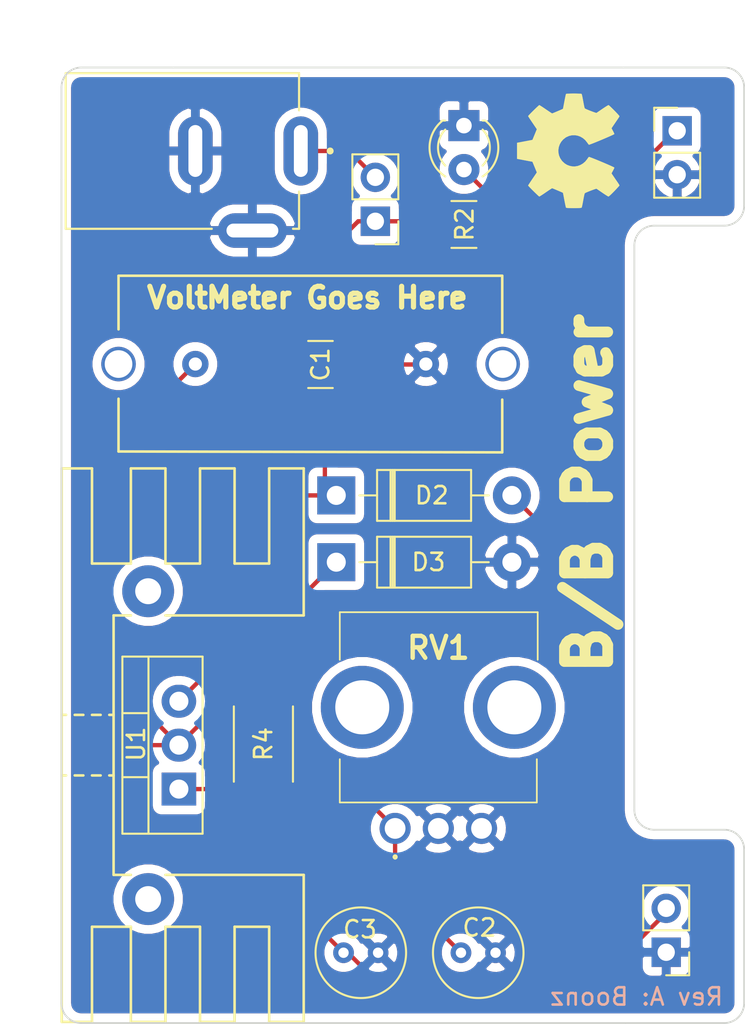
<source format=kicad_pcb>
(kicad_pcb (version 20171130) (host pcbnew "(5.1.10)-1")

  (general
    (thickness 1.6)
    (drawings 31)
    (tracks 49)
    (zones 0)
    (modules 17)
    (nets 7)
  )

  (page A4)
  (layers
    (0 F.Cu signal)
    (31 B.Cu signal)
    (32 B.Adhes user)
    (33 F.Adhes user)
    (34 B.Paste user)
    (35 F.Paste user)
    (36 B.SilkS user)
    (37 F.SilkS user)
    (38 B.Mask user)
    (39 F.Mask user)
    (40 Dwgs.User user)
    (41 Cmts.User user)
    (42 Eco1.User user)
    (43 Eco2.User user)
    (44 Edge.Cuts user)
    (45 Margin user)
    (46 B.CrtYd user)
    (47 F.CrtYd user)
    (48 B.Fab user)
    (49 F.Fab user hide)
  )

  (setup
    (last_trace_width 0.25)
    (trace_clearance 0.2)
    (zone_clearance 0.508)
    (zone_45_only no)
    (trace_min 0.2)
    (via_size 0.8)
    (via_drill 0.4)
    (via_min_size 0.4)
    (via_min_drill 0.3)
    (uvia_size 0.3)
    (uvia_drill 0.1)
    (uvias_allowed no)
    (uvia_min_size 0.2)
    (uvia_min_drill 0.1)
    (edge_width 0.1)
    (segment_width 0.2)
    (pcb_text_width 0.3)
    (pcb_text_size 1.5 1.5)
    (mod_edge_width 0.15)
    (mod_text_size 1 1)
    (mod_text_width 0.15)
    (pad_size 1.524 1.524)
    (pad_drill 0.762)
    (pad_to_mask_clearance 0)
    (aux_axis_origin 0 0)
    (grid_origin 137.668 61.468)
    (visible_elements 7FFFFFFF)
    (pcbplotparams
      (layerselection 0x010fc_ffffffff)
      (usegerberextensions true)
      (usegerberattributes false)
      (usegerberadvancedattributes false)
      (creategerberjobfile false)
      (excludeedgelayer true)
      (linewidth 0.100000)
      (plotframeref false)
      (viasonmask false)
      (mode 1)
      (useauxorigin false)
      (hpglpennumber 1)
      (hpglpenspeed 20)
      (hpglpendiameter 15.000000)
      (psnegative false)
      (psa4output false)
      (plotreference true)
      (plotvalue false)
      (plotinvisibletext false)
      (padsonsilk false)
      (subtractmaskfromsilk true)
      (outputformat 1)
      (mirror false)
      (drillshape 0)
      (scaleselection 1)
      (outputdirectory "C:/Users/SailorMan/Desktop/hardware/breadboardPower/gerber"))
  )

  (net 0 "")
  (net 1 "Net-(D1-Pad2)")
  (net 2 GND)
  (net 3 "Net-(C1-Pad1)")
  (net 4 "Net-(C3-Pad1)")
  (net 5 "Net-(J1-Pad1)")
  (net 6 "Net-(C2-Pad1)")

  (net_class Default "This is the default net class."
    (clearance 0.2)
    (trace_width 0.25)
    (via_dia 0.8)
    (via_drill 0.4)
    (uvia_dia 0.3)
    (uvia_drill 0.1)
    (add_net GND)
    (add_net "Net-(C1-Pad1)")
    (add_net "Net-(C2-Pad1)")
    (add_net "Net-(C3-Pad1)")
    (add_net "Net-(D1-Pad2)")
    (add_net "Net-(J1-Pad1)")
  )

  (module Symbol:OSHW-Symbol_6.7x6mm_SilkScreen (layer F.Cu) (tedit 0) (tstamp 618BB990)
    (at 98.933 66.294 90)
    (descr "Open Source Hardware Symbol")
    (tags "Logo Symbol OSHW")
    (attr virtual)
    (fp_text reference REF** (at 0 0.1524 90) (layer F.SilkS) hide
      (effects (font (size 1 1) (thickness 0.15)))
    )
    (fp_text value OSHW-Symbol_6.7x6mm_SilkScreen (at 0.75 0 90) (layer F.Fab) hide
      (effects (font (size 1 1) (thickness 0.15)))
    )
    (fp_poly (pts (xy 0.555814 -2.531069) (xy 0.639635 -2.086445) (xy 0.94892 -1.958947) (xy 1.258206 -1.831449)
      (xy 1.629246 -2.083754) (xy 1.733157 -2.154004) (xy 1.827087 -2.216728) (xy 1.906652 -2.269062)
      (xy 1.96747 -2.308143) (xy 2.005157 -2.331107) (xy 2.015421 -2.336058) (xy 2.03391 -2.323324)
      (xy 2.07342 -2.288118) (xy 2.129522 -2.234938) (xy 2.197787 -2.168282) (xy 2.273786 -2.092646)
      (xy 2.353092 -2.012528) (xy 2.431275 -1.932426) (xy 2.503907 -1.856836) (xy 2.566559 -1.790255)
      (xy 2.614803 -1.737182) (xy 2.64421 -1.702113) (xy 2.651241 -1.690377) (xy 2.641123 -1.66874)
      (xy 2.612759 -1.621338) (xy 2.569129 -1.552807) (xy 2.513218 -1.467785) (xy 2.448006 -1.370907)
      (xy 2.410219 -1.31565) (xy 2.341343 -1.214752) (xy 2.28014 -1.123701) (xy 2.229578 -1.04703)
      (xy 2.192628 -0.989272) (xy 2.172258 -0.954957) (xy 2.169197 -0.947746) (xy 2.176136 -0.927252)
      (xy 2.195051 -0.879487) (xy 2.223087 -0.811168) (xy 2.257391 -0.729011) (xy 2.295109 -0.63973)
      (xy 2.333387 -0.550042) (xy 2.36937 -0.466662) (xy 2.400206 -0.396306) (xy 2.423039 -0.34569)
      (xy 2.435017 -0.321529) (xy 2.435724 -0.320578) (xy 2.454531 -0.315964) (xy 2.504618 -0.305672)
      (xy 2.580793 -0.290713) (xy 2.677865 -0.272099) (xy 2.790643 -0.250841) (xy 2.856442 -0.238582)
      (xy 2.97695 -0.215638) (xy 3.085797 -0.193805) (xy 3.177476 -0.174278) (xy 3.246481 -0.158252)
      (xy 3.287304 -0.146921) (xy 3.295511 -0.143326) (xy 3.303548 -0.118994) (xy 3.310033 -0.064041)
      (xy 3.31497 0.015108) (xy 3.318364 0.112026) (xy 3.320218 0.220287) (xy 3.320538 0.333465)
      (xy 3.319327 0.445135) (xy 3.31659 0.548868) (xy 3.312331 0.638241) (xy 3.306555 0.706826)
      (xy 3.299267 0.748197) (xy 3.294895 0.75681) (xy 3.268764 0.767133) (xy 3.213393 0.781892)
      (xy 3.136107 0.799352) (xy 3.04423 0.81778) (xy 3.012158 0.823741) (xy 2.857524 0.852066)
      (xy 2.735375 0.874876) (xy 2.641673 0.89308) (xy 2.572384 0.907583) (xy 2.523471 0.919292)
      (xy 2.490897 0.929115) (xy 2.470628 0.937956) (xy 2.458626 0.946724) (xy 2.456947 0.948457)
      (xy 2.440184 0.976371) (xy 2.414614 1.030695) (xy 2.382788 1.104777) (xy 2.34726 1.191965)
      (xy 2.310583 1.285608) (xy 2.275311 1.379052) (xy 2.243996 1.465647) (xy 2.219193 1.53874)
      (xy 2.203454 1.591678) (xy 2.199332 1.617811) (xy 2.199676 1.618726) (xy 2.213641 1.640086)
      (xy 2.245322 1.687084) (xy 2.291391 1.754827) (xy 2.348518 1.838423) (xy 2.413373 1.932982)
      (xy 2.431843 1.959854) (xy 2.497699 2.057275) (xy 2.55565 2.146163) (xy 2.602538 2.221412)
      (xy 2.635207 2.27792) (xy 2.6505 2.310581) (xy 2.651241 2.314593) (xy 2.638392 2.335684)
      (xy 2.602888 2.377464) (xy 2.549293 2.435445) (xy 2.482171 2.505135) (xy 2.406087 2.582045)
      (xy 2.325604 2.661683) (xy 2.245287 2.739561) (xy 2.169699 2.811186) (xy 2.103405 2.87207)
      (xy 2.050969 2.917721) (xy 2.016955 2.94365) (xy 2.007545 2.947883) (xy 1.985643 2.937912)
      (xy 1.9408 2.91102) (xy 1.880321 2.871736) (xy 1.833789 2.840117) (xy 1.749475 2.782098)
      (xy 1.649626 2.713784) (xy 1.549473 2.645579) (xy 1.495627 2.609075) (xy 1.313371 2.4858)
      (xy 1.160381 2.56852) (xy 1.090682 2.604759) (xy 1.031414 2.632926) (xy 0.991311 2.648991)
      (xy 0.981103 2.651226) (xy 0.968829 2.634722) (xy 0.944613 2.588082) (xy 0.910263 2.515609)
      (xy 0.867588 2.421606) (xy 0.818394 2.310374) (xy 0.76449 2.186215) (xy 0.707684 2.053432)
      (xy 0.649782 1.916327) (xy 0.592593 1.779202) (xy 0.537924 1.646358) (xy 0.487584 1.522098)
      (xy 0.44338 1.410725) (xy 0.407119 1.316539) (xy 0.380609 1.243844) (xy 0.365658 1.196941)
      (xy 0.363254 1.180833) (xy 0.382311 1.160286) (xy 0.424036 1.126933) (xy 0.479706 1.087702)
      (xy 0.484378 1.084599) (xy 0.628264 0.969423) (xy 0.744283 0.835053) (xy 0.83143 0.685784)
      (xy 0.888699 0.525913) (xy 0.915086 0.359737) (xy 0.909585 0.191552) (xy 0.87119 0.025655)
      (xy 0.798895 -0.133658) (xy 0.777626 -0.168513) (xy 0.666996 -0.309263) (xy 0.536302 -0.422286)
      (xy 0.390064 -0.506997) (xy 0.232808 -0.562806) (xy 0.069057 -0.589126) (xy -0.096667 -0.58537)
      (xy -0.259838 -0.55095) (xy -0.415935 -0.485277) (xy -0.560433 -0.387765) (xy -0.605131 -0.348187)
      (xy -0.718888 -0.224297) (xy -0.801782 -0.093876) (xy -0.858644 0.052315) (xy -0.890313 0.197088)
      (xy -0.898131 0.35986) (xy -0.872062 0.52344) (xy -0.814755 0.682298) (xy -0.728856 0.830906)
      (xy -0.617014 0.963735) (xy -0.481877 1.075256) (xy -0.464117 1.087011) (xy -0.40785 1.125508)
      (xy -0.365077 1.158863) (xy -0.344628 1.18016) (xy -0.344331 1.180833) (xy -0.348721 1.203871)
      (xy -0.366124 1.256157) (xy -0.394732 1.33339) (xy -0.432735 1.431268) (xy -0.478326 1.545491)
      (xy -0.529697 1.671758) (xy -0.585038 1.805767) (xy -0.642542 1.943218) (xy -0.700399 2.079808)
      (xy -0.756802 2.211237) (xy -0.809942 2.333205) (xy -0.85801 2.441409) (xy -0.899199 2.531549)
      (xy -0.931699 2.599323) (xy -0.953703 2.64043) (xy -0.962564 2.651226) (xy -0.98964 2.642819)
      (xy -1.040303 2.620272) (xy -1.105817 2.587613) (xy -1.141841 2.56852) (xy -1.294832 2.4858)
      (xy -1.477088 2.609075) (xy -1.570125 2.672228) (xy -1.671985 2.741727) (xy -1.767438 2.807165)
      (xy -1.81525 2.840117) (xy -1.882495 2.885273) (xy -1.939436 2.921057) (xy -1.978646 2.942938)
      (xy -1.991381 2.947563) (xy -2.009917 2.935085) (xy -2.050941 2.900252) (xy -2.110475 2.846678)
      (xy -2.184542 2.777983) (xy -2.269165 2.697781) (xy -2.322685 2.646286) (xy -2.416319 2.554286)
      (xy -2.497241 2.471999) (xy -2.562177 2.402945) (xy -2.607858 2.350644) (xy -2.631011 2.318616)
      (xy -2.633232 2.312116) (xy -2.622924 2.287394) (xy -2.594439 2.237405) (xy -2.550937 2.167212)
      (xy -2.495577 2.081875) (xy -2.43152 1.986456) (xy -2.413303 1.959854) (xy -2.346927 1.863167)
      (xy -2.287378 1.776117) (xy -2.237984 1.703595) (xy -2.202075 1.650493) (xy -2.182981 1.621703)
      (xy -2.181136 1.618726) (xy -2.183895 1.595782) (xy -2.198538 1.545336) (xy -2.222513 1.474041)
      (xy -2.253266 1.388547) (xy -2.288244 1.295507) (xy -2.324893 1.201574) (xy -2.360661 1.113399)
      (xy -2.392994 1.037634) (xy -2.419338 0.980931) (xy -2.437142 0.949943) (xy -2.438407 0.948457)
      (xy -2.449294 0.939601) (xy -2.467682 0.930843) (xy -2.497606 0.921277) (xy -2.543103 0.909996)
      (xy -2.608209 0.896093) (xy -2.696961 0.878663) (xy -2.813393 0.856798) (xy -2.961542 0.829591)
      (xy -2.993618 0.823741) (xy -3.088686 0.805374) (xy -3.171565 0.787405) (xy -3.23493 0.771569)
      (xy -3.271458 0.7596) (xy -3.276356 0.75681) (xy -3.284427 0.732072) (xy -3.290987 0.67679)
      (xy -3.296033 0.597389) (xy -3.299559 0.500296) (xy -3.301561 0.391938) (xy -3.302036 0.27874)
      (xy -3.300977 0.167128) (xy -3.298382 0.063529) (xy -3.294246 -0.025632) (xy -3.288563 -0.093928)
      (xy -3.281331 -0.134934) (xy -3.276971 -0.143326) (xy -3.252698 -0.151792) (xy -3.197426 -0.165565)
      (xy -3.116662 -0.18345) (xy -3.015912 -0.204252) (xy -2.900683 -0.226777) (xy -2.837902 -0.238582)
      (xy -2.718787 -0.260849) (xy -2.612565 -0.281021) (xy -2.524427 -0.298085) (xy -2.459566 -0.311031)
      (xy -2.423174 -0.318845) (xy -2.417184 -0.320578) (xy -2.407061 -0.34011) (xy -2.385662 -0.387157)
      (xy -2.355839 -0.454997) (xy -2.320445 -0.536909) (xy -2.282332 -0.626172) (xy -2.244353 -0.716065)
      (xy -2.20936 -0.799865) (xy -2.180206 -0.870853) (xy -2.159743 -0.922306) (xy -2.150823 -0.947503)
      (xy -2.150657 -0.948604) (xy -2.160769 -0.968481) (xy -2.189117 -1.014223) (xy -2.232723 -1.081283)
      (xy -2.288606 -1.165116) (xy -2.353787 -1.261174) (xy -2.391679 -1.31635) (xy -2.460725 -1.417519)
      (xy -2.52205 -1.50937) (xy -2.572663 -1.587256) (xy -2.609571 -1.646531) (xy -2.629782 -1.682549)
      (xy -2.632701 -1.690623) (xy -2.620153 -1.709416) (xy -2.585463 -1.749543) (xy -2.533063 -1.806507)
      (xy -2.467384 -1.875815) (xy -2.392856 -1.952969) (xy -2.313913 -2.033475) (xy -2.234983 -2.112837)
      (xy -2.1605 -2.18656) (xy -2.094894 -2.250148) (xy -2.042596 -2.299106) (xy -2.008039 -2.328939)
      (xy -1.996478 -2.336058) (xy -1.977654 -2.326047) (xy -1.932631 -2.297922) (xy -1.865787 -2.254546)
      (xy -1.781499 -2.198782) (xy -1.684144 -2.133494) (xy -1.610707 -2.083754) (xy -1.239667 -1.831449)
      (xy -0.621095 -2.086445) (xy -0.537275 -2.531069) (xy -0.453454 -2.975693) (xy 0.471994 -2.975693)
      (xy 0.555814 -2.531069)) (layer F.SilkS) (width 0.01))
  )

  (module SamacSys_Parts:PTV09A4020FB503 (layer F.Cu) (tedit 0) (tstamp 6188B5BB)
    (at 88.9 105.4608)
    (descr PTV09A-4020F-B503-2)
    (tags "Variable Resistor")
    (path /618866DB)
    (fp_text reference RV1 (at 2.5 -10.4394) (layer F.SilkS)
      (effects (font (size 1.27 1.27) (thickness 0.254)))
    )
    (fp_text value PTV09A-4020F-B202 (at 2.5 -5.4) (layer F.SilkS) hide
      (effects (font (size 1.27 1.27) (thickness 0.254)))
    )
    (fp_line (start -3.2 -12.5) (end 8.2 -12.5) (layer F.Fab) (width 0.2))
    (fp_line (start 8.2 -12.5) (end 8.2 -1.5) (layer F.Fab) (width 0.2))
    (fp_line (start 8.2 -1.5) (end -3.2 -1.5) (layer F.Fab) (width 0.2))
    (fp_line (start -3.2 -1.5) (end -3.2 -12.5) (layer F.Fab) (width 0.2))
    (fp_line (start -5.39 -13.5) (end 10.39 -13.5) (layer F.CrtYd) (width 0.1))
    (fp_line (start 10.39 -13.5) (end 10.39 2.7) (layer F.CrtYd) (width 0.1))
    (fp_line (start 10.39 2.7) (end -5.39 2.7) (layer F.CrtYd) (width 0.1))
    (fp_line (start -5.39 2.7) (end -5.39 -13.5) (layer F.CrtYd) (width 0.1))
    (fp_line (start 0 1.7) (end 0 1.7) (layer F.SilkS) (width 0.2))
    (fp_line (start 0 1.6) (end 0 1.6) (layer F.SilkS) (width 0.2))
    (fp_line (start 0 1.7) (end 0 1.7) (layer F.SilkS) (width 0.2))
    (fp_line (start -3.2 -9.75) (end -3.2 -12.5) (layer F.SilkS) (width 0.1))
    (fp_line (start -3.2 -12.5) (end 8.25 -12.5) (layer F.SilkS) (width 0.1))
    (fp_line (start 8.25 -12.5) (end 8.25 -9.75) (layer F.SilkS) (width 0.1))
    (fp_line (start -3.2 -4) (end -3.2 -1.5) (layer F.SilkS) (width 0.1))
    (fp_line (start -3.2 -1.5) (end 8.2 -1.5) (layer F.SilkS) (width 0.1))
    (fp_line (start 8.2 -1.5) (end 8.2 -4) (layer F.SilkS) (width 0.1))
    (fp_arc (start 0 1.65) (end 0 1.7) (angle -180) (layer F.SilkS) (width 0.2))
    (fp_arc (start 0 1.65) (end 0 1.6) (angle -180) (layer F.SilkS) (width 0.2))
    (fp_arc (start 0 1.65) (end 0 1.7) (angle -180) (layer F.SilkS) (width 0.2))
    (fp_text user %R (at 2.5 -5.4) (layer F.Fab)
      (effects (font (size 1.27 1.27) (thickness 0.254)))
    )
    (pad MH2 thru_hole circle (at 6.9 -7) (size 4.8 4.8) (drill 3.124) (layers *.Cu *.Mask))
    (pad MH1 thru_hole circle (at -1.9 -7) (size 4.8 4.8) (drill 3.124) (layers *.Cu *.Mask))
    (pad 3 thru_hole circle (at 5 0) (size 1.8 1.8) (drill 1.2) (layers *.Cu *.Mask)
      (net 2 GND))
    (pad 2 thru_hole circle (at 2.5 0) (size 1.8 1.8) (drill 1.2) (layers *.Cu *.Mask)
      (net 2 GND))
    (pad 1 thru_hole circle (at 0 0) (size 1.8 1.8) (drill 1.2) (layers *.Cu *.Mask)
      (net 6 "Net-(C2-Pad1)"))
    (model C:\Users\SailorMan\UserKicadLibraries\SamacSys_Parts.3dshapes\PTV09A-4020F-B202.stp
      (at (xyz 0 0 0))
      (scale (xyz 1 1 1))
      (rotate (xyz 0 0 0))
    )
  )

  (module Connector_PinHeader_2.54mm:PinHeader_1x02_P2.54mm_Vertical (layer F.Cu) (tedit 59FED5CC) (tstamp 61885A08)
    (at 87.757 70.358 180)
    (descr "Through hole straight pin header, 1x02, 2.54mm pitch, single row")
    (tags "Through hole pin header THT 1x02 2.54mm single row")
    (path /61802EEA)
    (fp_text reference R1 (at 0 -2.33) (layer F.SilkS) hide
      (effects (font (size 1 1) (thickness 0.15)))
    )
    (fp_text value 0 (at 0 4.87) (layer F.Fab)
      (effects (font (size 1 1) (thickness 0.15)))
    )
    (fp_line (start -0.635 -1.27) (end 1.27 -1.27) (layer F.Fab) (width 0.1))
    (fp_line (start 1.27 -1.27) (end 1.27 3.81) (layer F.Fab) (width 0.1))
    (fp_line (start 1.27 3.81) (end -1.27 3.81) (layer F.Fab) (width 0.1))
    (fp_line (start -1.27 3.81) (end -1.27 -0.635) (layer F.Fab) (width 0.1))
    (fp_line (start -1.27 -0.635) (end -0.635 -1.27) (layer F.Fab) (width 0.1))
    (fp_line (start -1.33 3.87) (end 1.33 3.87) (layer F.SilkS) (width 0.12))
    (fp_line (start -1.33 1.27) (end -1.33 3.87) (layer F.SilkS) (width 0.12))
    (fp_line (start 1.33 1.27) (end 1.33 3.87) (layer F.SilkS) (width 0.12))
    (fp_line (start -1.33 1.27) (end 1.33 1.27) (layer F.SilkS) (width 0.12))
    (fp_line (start -1.33 0) (end -1.33 -1.33) (layer F.SilkS) (width 0.12))
    (fp_line (start -1.33 -1.33) (end 0 -1.33) (layer F.SilkS) (width 0.12))
    (fp_line (start -1.8 -1.8) (end -1.8 4.35) (layer F.CrtYd) (width 0.05))
    (fp_line (start -1.8 4.35) (end 1.8 4.35) (layer F.CrtYd) (width 0.05))
    (fp_line (start 1.8 4.35) (end 1.8 -1.8) (layer F.CrtYd) (width 0.05))
    (fp_line (start 1.8 -1.8) (end -1.8 -1.8) (layer F.CrtYd) (width 0.05))
    (fp_text user %R (at 0 1.27 90) (layer F.Fab)
      (effects (font (size 1 1) (thickness 0.15)))
    )
    (pad 2 thru_hole oval (at 0 2.54 180) (size 1.7 1.7) (drill 1) (layers *.Cu *.Mask)
      (net 5 "Net-(J1-Pad1)"))
    (pad 1 thru_hole rect (at 0 0 180) (size 1.7 1.7) (drill 1) (layers *.Cu *.Mask)
      (net 3 "Net-(C1-Pad1)"))
    (model ${KISYS3DMOD}/Connector_PinHeader_2.54mm.3dshapes/PinHeader_1x02_P2.54mm_Vertical.wrl
      (at (xyz 0 0 0))
      (scale (xyz 1 1 1))
      (rotate (xyz 0 0 0))
    )
  )

  (module SamacSys_Parts:PRT-14313 (layer F.Cu) (tedit 61875A1B) (tstamp 6184BE66)
    (at 83.693 78.613)
    (path /617F0C8B)
    (fp_text reference MES1 (at -8.636 -4.064 180) (layer F.SilkS) hide
      (effects (font (size 1 1) (thickness 0.15)))
    )
    (fp_text value Voltmeter_DC (at 0 0 180) (layer F.Fab)
      (effects (font (size 1 1) (thickness 0.15)))
    )
    (fp_line (start -10.795 5.08) (end 11.43 5.08) (layer Dwgs.User) (width 0.12))
    (fp_line (start -10.795 5.08) (end -10.795 -5.08) (layer Dwgs.User) (width 0.12))
    (fp_line (start -10.795 -5.08) (end 11.43 -5.08) (layer Dwgs.User) (width 0.12))
    (fp_line (start 11.43 -5.08) (end 11.43 5.08) (layer Dwgs.User) (width 0.12))
    (pad 4 thru_hole circle (at -10.795 0) (size 2 2) (drill 1.6) (layers *.Cu *.Mask))
    (pad 3 thru_hole circle (at 11.43 0) (size 2 2) (drill 1.6) (layers *.Cu *.Mask))
    (pad 2 thru_hole circle (at -6.35 0) (size 1.524 1.524) (drill 0.762) (layers *.Cu *.Mask)
      (net 4 "Net-(C3-Pad1)"))
    (pad 1 thru_hole circle (at 6.985 0) (size 1.524 1.524) (drill 0.762) (layers *.Cu *.Mask)
      (net 2 GND))
  )

  (module Heatsink:Heatsink_Stonecold_HS-132_32x14mm_2xFixation1.5mm (layer F.Cu) (tedit 5A1FFA20) (tstamp 617F583A)
    (at 74.6125 100.6475 90)
    (descr "Heatsink, StoneCold HS")
    (tags heatsink)
    (path /617F001F)
    (fp_text reference HS1 (at 0.1905 -3.6195 90) (layer F.SilkS) hide
      (effects (font (size 1 1) (thickness 0.15)))
    )
    (fp_text value Heatsink (at 0 10 90) (layer F.Fab)
      (effects (font (size 1 1) (thickness 0.15)))
    )
    (fp_line (start 1.75 -4.75) (end 1.75 -5) (layer F.SilkS) (width 0.15))
    (fp_line (start -1.75 -4.75) (end -1.75 -5) (layer F.SilkS) (width 0.15))
    (fp_line (start -1.75 -2.25) (end -1.75 -2) (layer F.SilkS) (width 0.15))
    (fp_line (start 1.75 -2.25) (end 1.75 -2) (layer F.SilkS) (width 0.15))
    (fp_line (start 1.75 -3.25) (end 1.75 -2.75) (layer F.SilkS) (width 0.15))
    (fp_line (start 1.75 -4.25) (end 1.75 -3.75) (layer F.SilkS) (width 0.15))
    (fp_line (start -1.75 -3.25) (end -1.75 -2.75) (layer F.SilkS) (width 0.15))
    (fp_line (start -1.75 -4.25) (end -1.75 -3.75) (layer F.SilkS) (width 0.15))
    (fp_line (start 16 7) (end 16 9) (layer F.SilkS) (width 0.15))
    (fp_line (start 16 3) (end 16 5) (layer F.SilkS) (width 0.15))
    (fp_line (start 16 -1) (end 16 1) (layer F.SilkS) (width 0.15))
    (fp_line (start 10.5 -3.25) (end 10.5 -1) (layer F.SilkS) (width 0.15))
    (fp_line (start 10.5 1) (end 10.5 3) (layer F.SilkS) (width 0.15))
    (fp_line (start 10.5 5) (end 10.5 7) (layer F.SilkS) (width 0.15))
    (fp_line (start -16 7) (end -16 9) (layer F.SilkS) (width 0.15))
    (fp_line (start -10.5 5) (end -10.5 7) (layer F.SilkS) (width 0.15))
    (fp_line (start -16 3) (end -16 5) (layer F.SilkS) (width 0.15))
    (fp_line (start -16 -1) (end -16 1) (layer F.SilkS) (width 0.15))
    (fp_line (start -10.5 1) (end -10.5 3) (layer F.SilkS) (width 0.15))
    (fp_line (start -10.5 -3.25) (end -10.5 -1) (layer F.SilkS) (width 0.15))
    (fp_line (start -16 -3.25) (end -16 -5) (layer F.SilkS) (width 0.15))
    (fp_line (start 16 -5) (end 16 -3.25) (layer F.SilkS) (width 0.15))
    (fp_line (start -10.5 -3.25) (end -16 -3.25) (layer F.SilkS) (width 0.15))
    (fp_line (start -10.5 3) (end -16 3) (layer F.SilkS) (width 0.15))
    (fp_line (start -16 5) (end -10.5 5) (layer F.SilkS) (width 0.15))
    (fp_line (start -10.5 7) (end -16 7) (layer F.SilkS) (width 0.15))
    (fp_line (start 10.5 5) (end 16 5) (layer F.SilkS) (width 0.15))
    (fp_line (start 10.5 3) (end 16 3) (layer F.SilkS) (width 0.15))
    (fp_line (start 10.5 7) (end 16 7) (layer F.SilkS) (width 0.15))
    (fp_line (start 10.5 -3.25) (end 16 -3.25) (layer F.SilkS) (width 0.15))
    (fp_line (start 10.5 1) (end 16 1) (layer F.SilkS) (width 0.15))
    (fp_line (start 10.5 -1) (end 16 -1) (layer F.SilkS) (width 0.15))
    (fp_line (start -16 1) (end -10.5 1) (layer F.SilkS) (width 0.15))
    (fp_line (start -10.5 -1) (end -16 -1) (layer F.SilkS) (width 0.15))
    (fp_line (start 7.5 1) (end 7.5 9) (layer F.SilkS) (width 0.15))
    (fp_line (start -7.5 1) (end -7.5 9) (layer F.SilkS) (width 0.15))
    (fp_line (start -7.5 -2) (end -7.5 -1) (layer F.SilkS) (width 0.15))
    (fp_line (start 7.5 -2) (end 7.5 -1) (layer F.SilkS) (width 0.15))
    (fp_line (start 7.5 9) (end 16 9) (layer F.SilkS) (width 0.15))
    (fp_line (start -7.5 9) (end -16 9) (layer F.SilkS) (width 0.15))
    (fp_line (start -7.5 -2) (end 7.5 -2) (layer F.SilkS) (width 0.15))
    (fp_line (start -16 -5) (end 16 -5) (layer F.SilkS) (width 0.15))
    (fp_line (start -16 -5) (end 16 -5) (layer F.CrtYd) (width 0.05))
    (fp_line (start -16 -5) (end -16 9) (layer F.CrtYd) (width 0.05))
    (fp_line (start 16 9) (end 16 -5) (layer F.CrtYd) (width 0.05))
    (fp_line (start 16 9) (end -16 9) (layer F.CrtYd) (width 0.05))
    (fp_line (start -15.75 -4.75) (end -15.75 -3.5) (layer F.Fab) (width 0.1))
    (fp_line (start -15.75 -3.5) (end -10.25 -3.5) (layer F.Fab) (width 0.1))
    (fp_line (start -10.25 -3.5) (end -10.25 -0.75) (layer F.Fab) (width 0.1))
    (fp_line (start -10.25 -0.75) (end -15.75 -0.75) (layer F.Fab) (width 0.1))
    (fp_line (start -15.75 -0.75) (end -15.75 0.75) (layer F.Fab) (width 0.1))
    (fp_line (start -15.75 0.75) (end -10.25 0.75) (layer F.Fab) (width 0.1))
    (fp_line (start -10.25 0.75) (end -10.25 3.25) (layer F.Fab) (width 0.1))
    (fp_line (start -10.25 3.25) (end -15.75 3.25) (layer F.Fab) (width 0.1))
    (fp_line (start -15.75 3.25) (end -15.75 4.75) (layer F.Fab) (width 0.1))
    (fp_line (start -15.75 4.75) (end -10.25 4.75) (layer F.Fab) (width 0.1))
    (fp_line (start -10.25 4.75) (end -10.25 7.25) (layer F.Fab) (width 0.1))
    (fp_line (start -10.25 7.25) (end -15.75 7.25) (layer F.Fab) (width 0.1))
    (fp_line (start -15.75 7.25) (end -15.75 8.75) (layer F.Fab) (width 0.1))
    (fp_line (start -15.75 8.75) (end -7.75 8.75) (layer F.Fab) (width 0.1))
    (fp_line (start -7.75 8.75) (end -7.75 -2.25) (layer F.Fab) (width 0.1))
    (fp_line (start -7.75 -2.25) (end 7.75 -2.25) (layer F.Fab) (width 0.1))
    (fp_line (start 7.75 -2.25) (end 7.75 8.75) (layer F.Fab) (width 0.1))
    (fp_line (start 7.75 8.75) (end 15.75 8.75) (layer F.Fab) (width 0.1))
    (fp_line (start 15.75 8.75) (end 15.75 7.25) (layer F.Fab) (width 0.1))
    (fp_line (start 15.75 7.25) (end 10.25 7.25) (layer F.Fab) (width 0.1))
    (fp_line (start 10.25 7.25) (end 10.25 4.75) (layer F.Fab) (width 0.1))
    (fp_line (start 10.25 4.75) (end 15.75 4.75) (layer F.Fab) (width 0.1))
    (fp_line (start 15.75 4.75) (end 15.75 3.25) (layer F.Fab) (width 0.1))
    (fp_line (start 15.75 3.25) (end 10.25 3.25) (layer F.Fab) (width 0.1))
    (fp_line (start 10.25 3.25) (end 10.25 0.75) (layer F.Fab) (width 0.1))
    (fp_line (start 10.25 0.75) (end 15.75 0.75) (layer F.Fab) (width 0.1))
    (fp_line (start 15.75 0.75) (end 15.75 -0.75) (layer F.Fab) (width 0.1))
    (fp_line (start 15.75 -0.75) (end 10.25 -0.75) (layer F.Fab) (width 0.1))
    (fp_line (start 10.25 -0.75) (end 10.25 -3.5) (layer F.Fab) (width 0.1))
    (fp_line (start 10.25 -3.5) (end 15.75 -3.5) (layer F.Fab) (width 0.1))
    (fp_line (start 15.75 -3.5) (end 15.75 -4.75) (layer F.Fab) (width 0.1))
    (fp_line (start 15.75 -4.75) (end -15.75 -4.75) (layer F.Fab) (width 0.1))
    (fp_text user %R (at 0 0 90) (layer F.Fab)
      (effects (font (size 1 1) (thickness 0.15)))
    )
    (pad 1 thru_hole circle (at 8.9 0 90) (size 3 3) (drill 1.5) (layers *.Cu *.Mask))
    (pad 1 thru_hole circle (at -8.9 0 90) (size 3 3) (drill 1.5) (layers *.Cu *.Mask))
    (model ${KISYS3DMOD}/Heatsink.3dshapes/Heatsink_Stonecold_HS-132_32x14mm_2xFixation1.5mm.wrl
      (at (xyz 0 0 0))
      (scale (xyz 1 1 1))
      (rotate (xyz 0 0 0))
    )
  )

  (module Package_TO_SOT_THT:TO-220-3_Vertical (layer F.Cu) (tedit 5AC8BA0D) (tstamp 6184C7A9)
    (at 76.3905 103.187499 90)
    (descr "TO-220-3, Vertical, RM 2.54mm, see https://www.vishay.com/docs/66542/to-220-1.pdf")
    (tags "TO-220-3 Vertical RM 2.54mm")
    (path /617D3FBC)
    (fp_text reference U1 (at 2.603499 -2.4765 90) (layer F.SilkS)
      (effects (font (size 1 1) (thickness 0.15)))
    )
    (fp_text value TLV1117-ADJ (at 2.54 2.5 90) (layer F.Fab)
      (effects (font (size 1 1) (thickness 0.15)))
    )
    (fp_line (start -2.46 -3.15) (end -2.46 1.25) (layer F.Fab) (width 0.1))
    (fp_line (start -2.46 1.25) (end 7.54 1.25) (layer F.Fab) (width 0.1))
    (fp_line (start 7.54 1.25) (end 7.54 -3.15) (layer F.Fab) (width 0.1))
    (fp_line (start 7.54 -3.15) (end -2.46 -3.15) (layer F.Fab) (width 0.1))
    (fp_line (start -2.46 -1.88) (end 7.54 -1.88) (layer F.Fab) (width 0.1))
    (fp_line (start 0.69 -3.15) (end 0.69 -1.88) (layer F.Fab) (width 0.1))
    (fp_line (start 4.39 -3.15) (end 4.39 -1.88) (layer F.Fab) (width 0.1))
    (fp_line (start -2.58 -3.27) (end 7.66 -3.27) (layer F.SilkS) (width 0.12))
    (fp_line (start -2.58 1.371) (end 7.66 1.371) (layer F.SilkS) (width 0.12))
    (fp_line (start -2.58 -3.27) (end -2.58 1.371) (layer F.SilkS) (width 0.12))
    (fp_line (start 7.66 -3.27) (end 7.66 1.371) (layer F.SilkS) (width 0.12))
    (fp_line (start -2.58 -1.76) (end 7.66 -1.76) (layer F.SilkS) (width 0.12))
    (fp_line (start 0.69 -3.27) (end 0.69 -1.76) (layer F.SilkS) (width 0.12))
    (fp_line (start 4.391 -3.27) (end 4.391 -1.76) (layer F.SilkS) (width 0.12))
    (fp_line (start -2.71 -3.4) (end -2.71 1.51) (layer F.CrtYd) (width 0.05))
    (fp_line (start -2.71 1.51) (end 7.79 1.51) (layer F.CrtYd) (width 0.05))
    (fp_line (start 7.79 1.51) (end 7.79 -3.4) (layer F.CrtYd) (width 0.05))
    (fp_line (start 7.79 -3.4) (end -2.71 -3.4) (layer F.CrtYd) (width 0.05))
    (fp_text user %R (at 2.54 -4.27 90) (layer F.Fab)
      (effects (font (size 1 1) (thickness 0.15)))
    )
    (pad 3 thru_hole oval (at 5.08 0 90) (size 1.905 2) (drill 1.1) (layers *.Cu *.Mask)
      (net 3 "Net-(C1-Pad1)"))
    (pad 2 thru_hole oval (at 2.54 0 90) (size 1.905 2) (drill 1.1) (layers *.Cu *.Mask)
      (net 4 "Net-(C3-Pad1)"))
    (pad 1 thru_hole rect (at 0 0 90) (size 1.905 2) (drill 1.1) (layers *.Cu *.Mask)
      (net 6 "Net-(C2-Pad1)"))
    (model ${KISYS3DMOD}/Package_TO_SOT_THT.3dshapes/TO-220-3_Vertical.wrl
      (at (xyz 0 0 0))
      (scale (xyz 1 1 1))
      (rotate (xyz 0 0 0))
    )
  )

  (module Capacitor_THT:C_Radial_D5.0mm_H7.0mm_P2.00mm (layer F.Cu) (tedit 5BC5C9B9) (tstamp 617CFFFF)
    (at 85.9155 112.649)
    (descr "C, Radial series, Radial, pin pitch=2.00mm, diameter=5mm, height=7mm, Non-Polar Electrolytic Capacitor")
    (tags "C Radial series Radial pin pitch 2.00mm diameter 5mm height 7mm Non-Polar Electrolytic Capacitor")
    (path /617DE7E3)
    (fp_text reference C3 (at 0.9525 -1.3462) (layer F.SilkS)
      (effects (font (size 1 1) (thickness 0.15)))
    )
    (fp_text value 100u (at 1 3.75) (layer F.Fab)
      (effects (font (size 1 1) (thickness 0.15)))
    )
    (fp_circle (center 1 0) (end 3.5 0) (layer F.Fab) (width 0.1))
    (fp_circle (center 1 0) (end 3.62 0) (layer F.SilkS) (width 0.12))
    (fp_circle (center 1 0) (end 3.75 0) (layer F.CrtYd) (width 0.05))
    (fp_text user %R (at 1 0) (layer F.Fab)
      (effects (font (size 1 1) (thickness 0.15)))
    )
    (pad 2 thru_hole circle (at 2 0) (size 1.2 1.2) (drill 0.6) (layers *.Cu *.Mask)
      (net 2 GND))
    (pad 1 thru_hole circle (at 0 0) (size 1.2 1.2) (drill 0.6) (layers *.Cu *.Mask)
      (net 4 "Net-(C3-Pad1)"))
    (model ${KISYS3DMOD}/Capacitor_THT.3dshapes/C_Radial_D5.0mm_H7.0mm_P2.00mm.wrl
      (at (xyz 0 0 0))
      (scale (xyz 1 1 1))
      (rotate (xyz 0 0 0))
    )
  )

  (module Capacitor_THT:C_Radial_D5.0mm_H7.0mm_P2.00mm (layer F.Cu) (tedit 5BC5C9B9) (tstamp 617CFFF5)
    (at 92.71 112.649)
    (descr "C, Radial series, Radial, pin pitch=2.00mm, diameter=5mm, height=7mm, Non-Polar Electrolytic Capacitor")
    (tags "C Radial series Radial pin pitch 2.00mm diameter 5mm height 7mm Non-Polar Electrolytic Capacitor")
    (path /617DA20D)
    (fp_text reference C2 (at 1.0668 -1.4478) (layer F.SilkS)
      (effects (font (size 1 1) (thickness 0.15)))
    )
    (fp_text value 0F (at 1 3.75) (layer F.Fab)
      (effects (font (size 1 1) (thickness 0.15)))
    )
    (fp_circle (center 1 0) (end 3.5 0) (layer F.Fab) (width 0.1))
    (fp_circle (center 1 0) (end 3.62 0) (layer F.SilkS) (width 0.12))
    (fp_circle (center 1 0) (end 3.75 0) (layer F.CrtYd) (width 0.05))
    (fp_text user %R (at 1 0) (layer F.Fab)
      (effects (font (size 1 1) (thickness 0.15)))
    )
    (pad 2 thru_hole circle (at 2 0) (size 1.2 1.2) (drill 0.6) (layers *.Cu *.Mask)
      (net 2 GND))
    (pad 1 thru_hole circle (at 0 0) (size 1.2 1.2) (drill 0.6) (layers *.Cu *.Mask)
      (net 6 "Net-(C2-Pad1)"))
    (model ${KISYS3DMOD}/Capacitor_THT.3dshapes/C_Radial_D5.0mm_H7.0mm_P2.00mm.wrl
      (at (xyz 0 0 0))
      (scale (xyz 1 1 1))
      (rotate (xyz 0 0 0))
    )
  )

  (module Capacitor_SMD:C_1210_3225Metric (layer F.Cu) (tedit 5F68FEEE) (tstamp 61883C5F)
    (at 84.582 78.6384)
    (descr "Capacitor SMD 1210 (3225 Metric), square (rectangular) end terminal, IPC_7351 nominal, (Body size source: IPC-SM-782 page 76, https://www.pcb-3d.com/wordpress/wp-content/uploads/ipc-sm-782a_amendment_1_and_2.pdf), generated with kicad-footprint-generator")
    (tags capacitor)
    (path /617D96BA)
    (attr smd)
    (fp_text reference C1 (at 0 0 270) (layer F.SilkS)
      (effects (font (size 1 1) (thickness 0.15)))
    )
    (fp_text value 10u (at 0 2.300001) (layer F.Fab)
      (effects (font (size 1 1) (thickness 0.15)))
    )
    (fp_line (start -1.6 1.25) (end -1.6 -1.25) (layer F.Fab) (width 0.1))
    (fp_line (start -1.6 -1.25) (end 1.6 -1.25) (layer F.Fab) (width 0.1))
    (fp_line (start 1.6 -1.25) (end 1.6 1.25) (layer F.Fab) (width 0.1))
    (fp_line (start 1.6 1.25) (end -1.6 1.25) (layer F.Fab) (width 0.1))
    (fp_line (start -0.711252 -1.36) (end 0.711252 -1.36) (layer F.SilkS) (width 0.12))
    (fp_line (start -0.711252 1.36) (end 0.711252 1.36) (layer F.SilkS) (width 0.12))
    (fp_line (start -2.3 1.6) (end -2.3 -1.6) (layer F.CrtYd) (width 0.05))
    (fp_line (start -2.3 -1.6) (end 2.3 -1.6) (layer F.CrtYd) (width 0.05))
    (fp_line (start 2.3 -1.6) (end 2.3 1.6) (layer F.CrtYd) (width 0.05))
    (fp_line (start 2.3 1.6) (end -2.3 1.6) (layer F.CrtYd) (width 0.05))
    (fp_text user %R (at 0 0) (layer F.Fab)
      (effects (font (size 0.8 0.8) (thickness 0.12)))
    )
    (pad 2 smd roundrect (at 1.475 0) (size 1.15 2.7) (layers F.Cu F.Paste F.Mask) (roundrect_rratio 0.2173904347826087)
      (net 2 GND))
    (pad 1 smd roundrect (at -1.475 0) (size 1.15 2.7) (layers F.Cu F.Paste F.Mask) (roundrect_rratio 0.2173904347826087)
      (net 3 "Net-(C1-Pad1)"))
    (model ${KISYS3DMOD}/Capacitor_SMD.3dshapes/C_1210_3225Metric.wrl
      (at (xyz 0 0 0))
      (scale (xyz 1 1 1))
      (rotate (xyz 0 0 0))
    )
  )

  (module Resistor_SMD:R_2512_6332Metric (layer F.Cu) (tedit 5F68FEEE) (tstamp 6188BA48)
    (at 81.28 100.584 270)
    (descr "Resistor SMD 2512 (6332 Metric), square (rectangular) end terminal, IPC_7351 nominal, (Body size source: IPC-SM-782 page 72, https://www.pcb-3d.com/wordpress/wp-content/uploads/ipc-sm-782a_amendment_1_and_2.pdf), generated with kicad-footprint-generator")
    (tags resistor)
    (path /617DA4A5)
    (attr smd)
    (fp_text reference R4 (at 0 0 90) (layer F.SilkS)
      (effects (font (size 1 1) (thickness 0.15)))
    )
    (fp_text value 250 (at 0 2.62 90) (layer F.Fab)
      (effects (font (size 1 1) (thickness 0.15)))
    )
    (fp_line (start -3.15 1.6) (end -3.15 -1.6) (layer F.Fab) (width 0.1))
    (fp_line (start -3.15 -1.6) (end 3.15 -1.6) (layer F.Fab) (width 0.1))
    (fp_line (start 3.15 -1.6) (end 3.15 1.6) (layer F.Fab) (width 0.1))
    (fp_line (start 3.15 1.6) (end -3.15 1.6) (layer F.Fab) (width 0.1))
    (fp_line (start -2.177064 -1.71) (end 2.177064 -1.71) (layer F.SilkS) (width 0.12))
    (fp_line (start -2.177064 1.71) (end 2.177064 1.71) (layer F.SilkS) (width 0.12))
    (fp_line (start -3.82 1.92) (end -3.82 -1.92) (layer F.CrtYd) (width 0.05))
    (fp_line (start -3.82 -1.92) (end 3.82 -1.92) (layer F.CrtYd) (width 0.05))
    (fp_line (start 3.82 -1.92) (end 3.82 1.92) (layer F.CrtYd) (width 0.05))
    (fp_line (start 3.82 1.92) (end -3.82 1.92) (layer F.CrtYd) (width 0.05))
    (fp_text user %R (at 0 0 90) (layer F.Fab)
      (effects (font (size 1 1) (thickness 0.15)))
    )
    (pad 2 smd roundrect (at 2.9625 0 270) (size 1.225 3.35) (layers F.Cu F.Paste F.Mask) (roundrect_rratio 0.2040808163265306)
      (net 6 "Net-(C2-Pad1)"))
    (pad 1 smd roundrect (at -2.9625 0 270) (size 1.225 3.35) (layers F.Cu F.Paste F.Mask) (roundrect_rratio 0.2040808163265306)
      (net 4 "Net-(C3-Pad1)"))
    (model ${KISYS3DMOD}/Resistor_SMD.3dshapes/R_2512_6332Metric.wrl
      (at (xyz 0 0 0))
      (scale (xyz 1 1 1))
      (rotate (xyz 0 0 0))
    )
  )

  (module Resistor_SMD:R_1210_3225Metric (layer F.Cu) (tedit 5F68FEEE) (tstamp 617CEC8C)
    (at 92.881901 70.542212)
    (descr "Resistor SMD 1210 (3225 Metric), square (rectangular) end terminal, IPC_7351 nominal, (Body size source: IPC-SM-782 page 72, https://www.pcb-3d.com/wordpress/wp-content/uploads/ipc-sm-782a_amendment_1_and_2.pdf), generated with kicad-footprint-generator")
    (tags resistor)
    (path /617D0668)
    (attr smd)
    (fp_text reference R2 (at 0.03852 -0.006155 270) (layer F.SilkS)
      (effects (font (size 1 1) (thickness 0.15)))
    )
    (fp_text value 1k (at 0 2.279999) (layer F.Fab)
      (effects (font (size 1 1) (thickness 0.15)))
    )
    (fp_line (start -1.6 1.245) (end -1.6 -1.245) (layer F.Fab) (width 0.1))
    (fp_line (start -1.6 -1.245) (end 1.6 -1.245) (layer F.Fab) (width 0.1))
    (fp_line (start 1.6 -1.245) (end 1.6 1.245) (layer F.Fab) (width 0.1))
    (fp_line (start 1.6 1.245) (end -1.6 1.245) (layer F.Fab) (width 0.1))
    (fp_line (start -0.723737 -1.355) (end 0.723737 -1.355) (layer F.SilkS) (width 0.12))
    (fp_line (start -0.723737 1.355) (end 0.723737 1.355) (layer F.SilkS) (width 0.12))
    (fp_line (start -2.28 1.58) (end -2.28 -1.58) (layer F.CrtYd) (width 0.05))
    (fp_line (start -2.28 -1.58) (end 2.28 -1.58) (layer F.CrtYd) (width 0.05))
    (fp_line (start 2.28 -1.58) (end 2.28 1.58) (layer F.CrtYd) (width 0.05))
    (fp_line (start 2.28 1.58) (end -2.28 1.58) (layer F.CrtYd) (width 0.05))
    (fp_text user %R (at 0 0) (layer F.Fab)
      (effects (font (size 0.8 0.8) (thickness 0.12)))
    )
    (pad 2 smd roundrect (at 1.4625 0) (size 1.125 2.65) (layers F.Cu F.Paste F.Mask) (roundrect_rratio 0.2222195555555556)
      (net 1 "Net-(D1-Pad2)"))
    (pad 1 smd roundrect (at -1.4625 0) (size 1.125 2.65) (layers F.Cu F.Paste F.Mask) (roundrect_rratio 0.2222195555555556)
      (net 3 "Net-(C1-Pad1)"))
    (model ${KISYS3DMOD}/Resistor_SMD.3dshapes/R_1210_3225Metric.wrl
      (at (xyz 0 0 0))
      (scale (xyz 1 1 1))
      (rotate (xyz 0 0 0))
    )
  )

  (module Connector_PinHeader_2.54mm:PinHeader_1x02_P2.54mm_Vertical (layer F.Cu) (tedit 59FED5CC) (tstamp 618B5669)
    (at 105.2195 65.1256)
    (descr "Through hole straight pin header, 1x02, 2.54mm pitch, single row")
    (tags "Through hole pin header THT 1x02 2.54mm single row")
    (path /617E93F1)
    (fp_text reference J3 (at 0 -2.33) (layer F.SilkS) hide
      (effects (font (size 1 1) (thickness 0.15)))
    )
    (fp_text value Conn_01x02 (at 0 4.87) (layer F.Fab)
      (effects (font (size 1 1) (thickness 0.15)))
    )
    (fp_line (start -0.635 -1.27) (end 1.27 -1.27) (layer F.Fab) (width 0.1))
    (fp_line (start 1.27 -1.27) (end 1.27 3.81) (layer F.Fab) (width 0.1))
    (fp_line (start 1.27 3.81) (end -1.27 3.81) (layer F.Fab) (width 0.1))
    (fp_line (start -1.27 3.81) (end -1.27 -0.635) (layer F.Fab) (width 0.1))
    (fp_line (start -1.27 -0.635) (end -0.635 -1.27) (layer F.Fab) (width 0.1))
    (fp_line (start -1.33 3.87) (end 1.33 3.87) (layer F.SilkS) (width 0.12))
    (fp_line (start -1.33 1.27) (end -1.33 3.87) (layer F.SilkS) (width 0.12))
    (fp_line (start 1.33 1.27) (end 1.33 3.87) (layer F.SilkS) (width 0.12))
    (fp_line (start -1.33 1.27) (end 1.33 1.27) (layer F.SilkS) (width 0.12))
    (fp_line (start -1.33 0) (end -1.33 -1.33) (layer F.SilkS) (width 0.12))
    (fp_line (start -1.33 -1.33) (end 0 -1.33) (layer F.SilkS) (width 0.12))
    (fp_line (start -1.8 -1.8) (end -1.8 4.35) (layer F.CrtYd) (width 0.05))
    (fp_line (start -1.8 4.35) (end 1.8 4.35) (layer F.CrtYd) (width 0.05))
    (fp_line (start 1.8 4.35) (end 1.8 -1.8) (layer F.CrtYd) (width 0.05))
    (fp_line (start 1.8 -1.8) (end -1.8 -1.8) (layer F.CrtYd) (width 0.05))
    (fp_text user %R (at 0 1.27 90) (layer F.Fab)
      (effects (font (size 1 1) (thickness 0.15)))
    )
    (pad 2 thru_hole oval (at 0 2.54) (size 1.7 1.7) (drill 1) (layers *.Cu *.Mask)
      (net 2 GND))
    (pad 1 thru_hole rect (at 0 0) (size 1.7 1.7) (drill 1) (layers *.Cu *.Mask)
      (net 4 "Net-(C3-Pad1)"))
    (model ${KISYS3DMOD}/Connector_PinHeader_2.54mm.3dshapes/PinHeader_1x02_P2.54mm_Vertical.wrl
      (offset (xyz 0 -2.5 -1.7))
      (scale (xyz 1 1 1))
      (rotate (xyz 180 0 0))
    )
  )

  (module Connector_PinHeader_2.54mm:PinHeader_1x02_P2.54mm_Vertical (layer F.Cu) (tedit 59FED5CC) (tstamp 618613F4)
    (at 104.5845 112.622 180)
    (descr "Through hole straight pin header, 1x02, 2.54mm pitch, single row")
    (tags "Through hole pin header THT 1x02 2.54mm single row")
    (path /617E85D6)
    (fp_text reference J2 (at 0 -2.33) (layer F.SilkS) hide
      (effects (font (size 1 1) (thickness 0.15)))
    )
    (fp_text value Conn_01x02 (at 0 4.87) (layer F.Fab)
      (effects (font (size 1 1) (thickness 0.15)))
    )
    (fp_line (start -0.635 -1.27) (end 1.27 -1.27) (layer F.Fab) (width 0.1))
    (fp_line (start 1.27 -1.27) (end 1.27 3.81) (layer F.Fab) (width 0.1))
    (fp_line (start 1.27 3.81) (end -1.27 3.81) (layer F.Fab) (width 0.1))
    (fp_line (start -1.27 3.81) (end -1.27 -0.635) (layer F.Fab) (width 0.1))
    (fp_line (start -1.27 -0.635) (end -0.635 -1.27) (layer F.Fab) (width 0.1))
    (fp_line (start -1.33 3.87) (end 1.33 3.87) (layer F.SilkS) (width 0.12))
    (fp_line (start -1.33 1.27) (end -1.33 3.87) (layer F.SilkS) (width 0.12))
    (fp_line (start 1.33 1.27) (end 1.33 3.87) (layer F.SilkS) (width 0.12))
    (fp_line (start -1.33 1.27) (end 1.33 1.27) (layer F.SilkS) (width 0.12))
    (fp_line (start -1.33 0) (end -1.33 -1.33) (layer F.SilkS) (width 0.12))
    (fp_line (start -1.33 -1.33) (end 0 -1.33) (layer F.SilkS) (width 0.12))
    (fp_line (start -1.8 -1.8) (end -1.8 4.35) (layer F.CrtYd) (width 0.05))
    (fp_line (start -1.8 4.35) (end 1.8 4.35) (layer F.CrtYd) (width 0.05))
    (fp_line (start 1.8 4.35) (end 1.8 -1.8) (layer F.CrtYd) (width 0.05))
    (fp_line (start 1.8 -1.8) (end -1.8 -1.8) (layer F.CrtYd) (width 0.05))
    (fp_text user %R (at 0 1.27 90) (layer F.Fab)
      (effects (font (size 1 1) (thickness 0.15)))
    )
    (pad 2 thru_hole oval (at 0 2.54 180) (size 1.7 1.7) (drill 1) (layers *.Cu *.Mask)
      (net 4 "Net-(C3-Pad1)"))
    (pad 1 thru_hole rect (at 0 0 180) (size 1.7 1.7) (drill 1) (layers *.Cu *.Mask)
      (net 2 GND))
    (model ${KISYS3DMOD}/Connector_PinHeader_2.54mm.3dshapes/PinHeader_1x02_P2.54mm_Vertical.wrl
      (offset (xyz 0 -2.5 -1.9))
      (scale (xyz 1 1 1))
      (rotate (xyz 180 0 0))
    )
  )

  (module CON-SOCJ-2155:GRAVITECH_CON-SOCJ-2155 (layer F.Cu) (tedit 6171E1B7) (tstamp 61883B92)
    (at 77.343 66.294)
    (path /617CE6A9)
    (fp_text reference J1 (at 3.232892 0 -90) (layer F.SilkS) hide
      (effects (font (size 1 1) (thickness 0.15)))
    )
    (fp_text value CON-SOCJ-2155 (at -2.604274 0.449013 -270) (layer F.Fab)
      (effects (font (size 1 1) (thickness 0.15)))
    )
    (fp_circle (center 7.8 0) (end 7.9 0) (layer F.Fab) (width 0.2))
    (fp_circle (center 7.8 0) (end 7.9 0) (layer F.SilkS) (width 0.2))
    (fp_line (start -7.75 5.85) (end -7.75 -4.75) (layer F.CrtYd) (width 0.05))
    (fp_line (start 7.35 5.85) (end -7.75 5.85) (layer F.CrtYd) (width 0.05))
    (fp_line (start 7.35 -4.75) (end 7.35 5.85) (layer F.CrtYd) (width 0.05))
    (fp_line (start -7.75 -4.75) (end 7.35 -4.75) (layer F.CrtYd) (width 0.05))
    (fp_line (start -7.5 4.5) (end -7.5 -4.5) (layer F.SilkS) (width 0.127))
    (fp_line (start 0.95 4.5) (end -7.5 4.5) (layer F.SilkS) (width 0.127))
    (fp_line (start 6 4.5) (end 5.65 4.5) (layer F.SilkS) (width 0.127))
    (fp_line (start 6 2.35) (end 6 4.5) (layer F.SilkS) (width 0.127))
    (fp_line (start 6 -4.5) (end 6 -2.35) (layer F.SilkS) (width 0.127))
    (fp_line (start -7.5 -4.5) (end 6 -4.5) (layer F.SilkS) (width 0.127))
    (fp_line (start -7.5 4.5) (end -7.5 -4.5) (layer F.Fab) (width 0.127))
    (fp_line (start 6 4.5) (end -7.5 4.5) (layer F.Fab) (width 0.127))
    (fp_line (start 6 -4.5) (end 6 4.5) (layer F.Fab) (width 0.127))
    (fp_line (start -7.5 -4.5) (end 6 -4.5) (layer F.Fab) (width 0.127))
    (pad 2 thru_hole oval (at 3.3 4.6) (size 4 2) (drill oval 3 0.8) (layers *.Cu *.Mask)
      (net 2 GND))
    (pad 1 thru_hole oval (at 6.1 0) (size 2 4) (drill oval 0.8 3) (layers *.Cu *.Mask)
      (net 5 "Net-(J1-Pad1)"))
    (pad 3 thru_hole oval (at 0 0) (size 2 4) (drill oval 0.8 3) (layers *.Cu *.Mask)
      (net 2 GND))
    (model C:/Users/SailorMan/Downloads/CON-SOCJ-2155/CON-SOCJ-2155.step
      (offset (xyz -1 0 0))
      (scale (xyz 1 1 1))
      (rotate (xyz -90 0 90))
    )
  )

  (module Diode_THT:D_DO-41_SOD81_P10.16mm_Horizontal (layer F.Cu) (tedit 5AE50CD5) (tstamp 617CEC25)
    (at 85.4964 90.0684)
    (descr "Diode, DO-41_SOD81 series, Axial, Horizontal, pin pitch=10.16mm, , length*diameter=5.2*2.7mm^2, , http://www.diodes.com/_files/packages/DO-41%20(Plastic).pdf")
    (tags "Diode DO-41_SOD81 series Axial Horizontal pin pitch 10.16mm  length 5.2mm diameter 2.7mm")
    (path /617E19F3)
    (fp_text reference D3 (at 5.334 0) (layer F.SilkS)
      (effects (font (size 1 1) (thickness 0.15)))
    )
    (fp_text value 1N4002 (at 5.08 2.47) (layer F.Fab)
      (effects (font (size 1 1) (thickness 0.15)))
    )
    (fp_line (start 2.48 -1.35) (end 2.48 1.35) (layer F.Fab) (width 0.1))
    (fp_line (start 2.48 1.35) (end 7.68 1.35) (layer F.Fab) (width 0.1))
    (fp_line (start 7.68 1.35) (end 7.68 -1.35) (layer F.Fab) (width 0.1))
    (fp_line (start 7.68 -1.35) (end 2.48 -1.35) (layer F.Fab) (width 0.1))
    (fp_line (start 0 0) (end 2.48 0) (layer F.Fab) (width 0.1))
    (fp_line (start 10.16 0) (end 7.68 0) (layer F.Fab) (width 0.1))
    (fp_line (start 3.26 -1.35) (end 3.26 1.35) (layer F.Fab) (width 0.1))
    (fp_line (start 3.36 -1.35) (end 3.36 1.35) (layer F.Fab) (width 0.1))
    (fp_line (start 3.16 -1.35) (end 3.16 1.35) (layer F.Fab) (width 0.1))
    (fp_line (start 2.36 -1.47) (end 2.36 1.47) (layer F.SilkS) (width 0.12))
    (fp_line (start 2.36 1.47) (end 7.8 1.47) (layer F.SilkS) (width 0.12))
    (fp_line (start 7.8 1.47) (end 7.8 -1.47) (layer F.SilkS) (width 0.12))
    (fp_line (start 7.8 -1.47) (end 2.36 -1.47) (layer F.SilkS) (width 0.12))
    (fp_line (start 1.34 0) (end 2.36 0) (layer F.SilkS) (width 0.12))
    (fp_line (start 8.82 0) (end 7.8 0) (layer F.SilkS) (width 0.12))
    (fp_line (start 3.26 -1.47) (end 3.26 1.47) (layer F.SilkS) (width 0.12))
    (fp_line (start 3.38 -1.47) (end 3.38 1.47) (layer F.SilkS) (width 0.12))
    (fp_line (start 3.14 -1.47) (end 3.14 1.47) (layer F.SilkS) (width 0.12))
    (fp_line (start -1.35 -1.6) (end -1.35 1.6) (layer F.CrtYd) (width 0.05))
    (fp_line (start -1.35 1.6) (end 11.51 1.6) (layer F.CrtYd) (width 0.05))
    (fp_line (start 11.51 1.6) (end 11.51 -1.6) (layer F.CrtYd) (width 0.05))
    (fp_line (start 11.51 -1.6) (end -1.35 -1.6) (layer F.CrtYd) (width 0.05))
    (fp_text user K (at 0 -2.1) (layer F.SilkS) hide
      (effects (font (size 1 1) (thickness 0.15)))
    )
    (fp_text user K (at 0 -2.1) (layer F.Fab)
      (effects (font (size 1 1) (thickness 0.15)))
    )
    (fp_text user %R (at 5.47 0) (layer F.Fab)
      (effects (font (size 1 1) (thickness 0.15)))
    )
    (pad 2 thru_hole oval (at 10.16 0) (size 2.2 2.2) (drill 1.1) (layers *.Cu *.Mask)
      (net 2 GND))
    (pad 1 thru_hole rect (at 0 0) (size 2.2 2.2) (drill 1.1) (layers *.Cu *.Mask)
      (net 4 "Net-(C3-Pad1)"))
    (model ${KISYS3DMOD}/Diode_THT.3dshapes/D_DO-41_SOD81_P10.16mm_Horizontal.wrl
      (at (xyz 0 0 0))
      (scale (xyz 1 1 1))
      (rotate (xyz 0 0 0))
    )
  )

  (module Diode_THT:D_DO-41_SOD81_P10.16mm_Horizontal (layer F.Cu) (tedit 5AE50CD5) (tstamp 6184C7F9)
    (at 85.4964 86.2076)
    (descr "Diode, DO-41_SOD81 series, Axial, Horizontal, pin pitch=10.16mm, , length*diameter=5.2*2.7mm^2, , http://www.diodes.com/_files/packages/DO-41%20(Plastic).pdf")
    (tags "Diode DO-41_SOD81 series Axial Horizontal pin pitch 10.16mm  length 5.2mm diameter 2.7mm")
    (path /617D4908)
    (fp_text reference D2 (at 5.5245 0) (layer F.SilkS)
      (effects (font (size 1 1) (thickness 0.15)))
    )
    (fp_text value 1N4002 (at 5.08 2.47) (layer F.Fab)
      (effects (font (size 1 1) (thickness 0.15)))
    )
    (fp_line (start 2.48 -1.35) (end 2.48 1.35) (layer F.Fab) (width 0.1))
    (fp_line (start 2.48 1.35) (end 7.68 1.35) (layer F.Fab) (width 0.1))
    (fp_line (start 7.68 1.35) (end 7.68 -1.35) (layer F.Fab) (width 0.1))
    (fp_line (start 7.68 -1.35) (end 2.48 -1.35) (layer F.Fab) (width 0.1))
    (fp_line (start 0 0) (end 2.48 0) (layer F.Fab) (width 0.1))
    (fp_line (start 10.16 0) (end 7.68 0) (layer F.Fab) (width 0.1))
    (fp_line (start 3.26 -1.35) (end 3.26 1.35) (layer F.Fab) (width 0.1))
    (fp_line (start 3.36 -1.35) (end 3.36 1.35) (layer F.Fab) (width 0.1))
    (fp_line (start 3.16 -1.35) (end 3.16 1.35) (layer F.Fab) (width 0.1))
    (fp_line (start 2.36 -1.47) (end 2.36 1.47) (layer F.SilkS) (width 0.12))
    (fp_line (start 2.36 1.47) (end 7.8 1.47) (layer F.SilkS) (width 0.12))
    (fp_line (start 7.8 1.47) (end 7.8 -1.47) (layer F.SilkS) (width 0.12))
    (fp_line (start 7.8 -1.47) (end 2.36 -1.47) (layer F.SilkS) (width 0.12))
    (fp_line (start 1.34 0) (end 2.36 0) (layer F.SilkS) (width 0.12))
    (fp_line (start 8.82 0) (end 7.8 0) (layer F.SilkS) (width 0.12))
    (fp_line (start 3.26 -1.47) (end 3.26 1.47) (layer F.SilkS) (width 0.12))
    (fp_line (start 3.38 -1.47) (end 3.38 1.47) (layer F.SilkS) (width 0.12))
    (fp_line (start 3.14 -1.47) (end 3.14 1.47) (layer F.SilkS) (width 0.12))
    (fp_line (start -1.35 -1.6) (end -1.35 1.6) (layer F.CrtYd) (width 0.05))
    (fp_line (start -1.35 1.6) (end 11.51 1.6) (layer F.CrtYd) (width 0.05))
    (fp_line (start 11.51 1.6) (end 11.51 -1.6) (layer F.CrtYd) (width 0.05))
    (fp_line (start 11.51 -1.6) (end -1.35 -1.6) (layer F.CrtYd) (width 0.05))
    (fp_text user K (at 1.524 2.159) (layer F.SilkS) hide
      (effects (font (size 1 1) (thickness 0.15)))
    )
    (fp_text user K (at 0 -2.1) (layer F.Fab)
      (effects (font (size 1 1) (thickness 0.15)))
    )
    (fp_text user %R (at 5.47 0) (layer F.Fab)
      (effects (font (size 1 1) (thickness 0.15)))
    )
    (pad 2 thru_hole oval (at 10.16 0) (size 2.2 2.2) (drill 1.1) (layers *.Cu *.Mask)
      (net 4 "Net-(C3-Pad1)"))
    (pad 1 thru_hole rect (at 0 0) (size 2.2 2.2) (drill 1.1) (layers *.Cu *.Mask)
      (net 3 "Net-(C1-Pad1)"))
    (model ${KISYS3DMOD}/Diode_THT.3dshapes/D_DO-41_SOD81_P10.16mm_Horizontal.wrl
      (at (xyz 0 0 0))
      (scale (xyz 1 1 1))
      (rotate (xyz 0 0 0))
    )
  )

  (module LED_THT:LED_D3.0mm_Clear (layer F.Cu) (tedit 5A6C9BC0) (tstamp 617CEBE7)
    (at 92.881902 64.827211 270)
    (descr "IR-LED, diameter 3.0mm, 2 pins, color: clear")
    (tags "IR infrared LED diameter 3.0mm 2 pins clear")
    (path /617D1E98)
    (fp_text reference D1 (at -1.962211 0.044902 180) (layer F.SilkS) hide
      (effects (font (size 1 1) (thickness 0.15)))
    )
    (fp_text value LED (at 1.270001 2.96 90) (layer F.Fab)
      (effects (font (size 1 1) (thickness 0.15)))
    )
    (fp_line (start -0.23 -1.16619) (end -0.23 1.16619) (layer F.Fab) (width 0.1))
    (fp_line (start -0.29 -1.236) (end -0.29 -1.08) (layer F.SilkS) (width 0.12))
    (fp_line (start -0.29 1.08) (end -0.29 1.236) (layer F.SilkS) (width 0.12))
    (fp_line (start -1.15 -2.25) (end -1.15 2.25) (layer F.CrtYd) (width 0.05))
    (fp_line (start -1.15 2.25) (end 3.7 2.25) (layer F.CrtYd) (width 0.05))
    (fp_line (start 3.7 2.25) (end 3.7 -2.25) (layer F.CrtYd) (width 0.05))
    (fp_line (start 3.7 -2.25) (end -1.15 -2.25) (layer F.CrtYd) (width 0.05))
    (fp_circle (center 1.27 0) (end 2.77 0) (layer F.Fab) (width 0.1))
    (fp_arc (start 1.27 0) (end 0.229039 1.08) (angle -87.9) (layer F.SilkS) (width 0.12))
    (fp_arc (start 1.27 0) (end 0.229039 -1.08) (angle 87.9) (layer F.SilkS) (width 0.12))
    (fp_arc (start 1.27 0) (end -0.29 1.235516) (angle -108.8) (layer F.SilkS) (width 0.12))
    (fp_arc (start 1.27 0) (end -0.29 -1.235516) (angle 108.8) (layer F.SilkS) (width 0.12))
    (fp_arc (start 1.27 0) (end -0.23 -1.16619) (angle 284.3) (layer F.Fab) (width 0.1))
    (fp_text user %R (at 1.47 0 90) (layer F.Fab)
      (effects (font (size 0.8 0.8) (thickness 0.12)))
    )
    (pad 2 thru_hole circle (at 2.54 0 270) (size 1.8 1.8) (drill 0.9) (layers *.Cu *.Mask)
      (net 1 "Net-(D1-Pad2)"))
    (pad 1 thru_hole rect (at 0 0 270) (size 1.8 1.8) (drill 0.9) (layers *.Cu *.Mask)
      (net 2 GND))
    (model ${KISYS3DMOD}/LED_THT.3dshapes/LED_D3.0mm_Clear.wrl
      (offset (xyz 0 0 -2.8))
      (scale (xyz 1 1 1))
      (rotate (xyz 0 0 0))
    )
  )

  (gr_text "Rev A: Boonz\n" (at 102.87 115.189) (layer B.SilkS)
    (effects (font (size 1 1) (thickness 0.15)) (justify mirror))
  )
  (dimension 55.169 (width 0.15) (layer Dwgs.User)
    (gr_text "55.169 mm" (at 67.405494 89.128619 270.0031157) (layer Dwgs.User)
      (effects (font (size 1 1) (thickness 0.15)))
    )
    (feature1 (pts (xy 69.596 116.713) (xy 68.120573 116.71308)))
    (feature2 (pts (xy 69.593 61.544) (xy 68.117573 61.54408)))
    (crossbar (pts (xy 68.703994 61.544048) (xy 68.706994 116.713048)))
    (arrow1a (pts (xy 68.706994 116.713048) (xy 68.120512 115.586576)))
    (arrow1b (pts (xy 68.706994 116.713048) (xy 69.293353 115.586512)))
    (arrow2a (pts (xy 68.703994 61.544048) (xy 68.117635 62.670584)))
    (arrow2b (pts (xy 68.703994 61.544048) (xy 69.290476 62.67052)))
  )
  (dimension 39.497 (width 0.15) (layer Dwgs.User)
    (gr_text "39.497 mm" (at 89.3445 58.263) (layer Dwgs.User)
      (effects (font (size 1 1) (thickness 0.15)))
    )
    (feature1 (pts (xy 109.093 61.468) (xy 109.093 58.976579)))
    (feature2 (pts (xy 69.596 61.468) (xy 69.596 58.976579)))
    (crossbar (pts (xy 69.596 59.563) (xy 109.093 59.563)))
    (arrow1a (pts (xy 109.093 59.563) (xy 107.966496 60.149421)))
    (arrow1b (pts (xy 109.093 59.563) (xy 107.966496 58.976579)))
    (arrow2a (pts (xy 69.596 59.563) (xy 70.722504 60.149421)))
    (arrow2b (pts (xy 69.596 59.563) (xy 70.722504 58.976579)))
  )
  (gr_arc (start 70.739 115.57) (end 69.596 115.57) (angle -90) (layer Edge.Cuts) (width 0.1) (tstamp 618CCFB3))
  (gr_arc (start 70.739 62.611) (end 70.739 61.468) (angle -90) (layer Edge.Cuts) (width 0.1) (tstamp 618CCFB3))
  (gr_arc (start 107.95 62.611) (end 109.093 62.611) (angle -90) (layer Edge.Cuts) (width 0.1) (tstamp 618CD01F))
  (gr_arc (start 107.95 106.68) (end 109.093 106.68) (angle -90) (layer Edge.Cuts) (width 0.1) (tstamp 618CCFB3))
  (gr_arc (start 107.95 115.57) (end 107.95 116.713) (angle -90) (layer Edge.Cuts) (width 0.1) (tstamp 618CCFB3))
  (gr_arc (start 107.95 69.469) (end 107.95 70.612) (angle -90) (layer Edge.Cuts) (width 0.1) (tstamp 618CCFB3))
  (gr_arc (start 103.886 71.755) (end 103.886 70.612) (angle -90) (layer Edge.Cuts) (width 0.1) (tstamp 618CCFB3))
  (gr_arc (start 103.886 104.394) (end 102.743 104.394) (angle -90) (layer Edge.Cuts) (width 0.1))
  (gr_line (start 72.898 73.5076) (end 95.0976 73.5076) (layer F.SilkS) (width 0.15) (tstamp 6188CD90))
  (gr_line (start 72.898 76.6064) (end 72.898 73.5076) (layer F.SilkS) (width 0.15))
  (gr_line (start 72.898 83.6676) (end 72.898 80.6196) (layer F.SilkS) (width 0.15))
  (gr_line (start 95.0976 83.7184) (end 72.898 83.6676) (layer F.SilkS) (width 0.15))
  (gr_line (start 95.0976 80.6704) (end 95.0976 83.7184) (layer F.SilkS) (width 0.15))
  (gr_line (start 95.0976 73.5076) (end 95.0976 76.8096) (layer F.SilkS) (width 0.15))
  (gr_text "VoltMeter Goes Here\n" (at 83.82 74.7776) (layer F.SilkS)
    (effects (font (size 1.2 1.2) (thickness 0.3)))
  )
  (gr_line (start 69.596 62.611) (end 69.596 67.945) (layer Edge.Cuts) (width 0.1) (tstamp 61885E2F))
  (gr_line (start 76.073 61.468) (end 70.739 61.468) (layer Edge.Cuts) (width 0.1))
  (gr_line (start 102.235 116.713) (end 107.95 116.713) (layer Edge.Cuts) (width 0.1))
  (gr_line (start 107.95 61.468) (end 102.108 61.468) (layer Edge.Cuts) (width 0.1) (tstamp 618833BE))
  (gr_line (start 70.739 116.713) (end 102.235 116.713) (layer Edge.Cuts) (width 0.1))
  (gr_line (start 69.596 67.945) (end 69.596 115.57) (layer Edge.Cuts) (width 0.1) (tstamp 61883BF5))
  (gr_line (start 76.073 61.468) (end 102.108 61.468) (layer Edge.Cuts) (width 0.1) (tstamp 61883BEF))
  (gr_line (start 102.743 104.394) (end 102.743 71.755) (layer Edge.Cuts) (width 0.1) (tstamp 6186141F))
  (gr_line (start 107.95 105.537) (end 103.886 105.537) (layer Edge.Cuts) (width 0.1))
  (gr_line (start 109.093 106.68) (end 109.093 115.57) (layer Edge.Cuts) (width 0.1))
  (gr_line (start 107.95 70.612) (end 103.886 70.612) (layer Edge.Cuts) (width 0.1))
  (gr_line (start 109.093 62.611) (end 109.093 69.469) (layer Edge.Cuts) (width 0.1))
  (gr_text "B/B Power\n" (at 100.076 86.106 90) (layer F.SilkS) (tstamp 61883B44)
    (effects (font (size 2.5 2.5) (thickness 0.625)))
  )

  (segment (start 94.344401 68.82971) (end 92.881902 67.367211) (width 0.25) (layer F.Cu) (net 1))
  (segment (start 94.344401 70.542212) (end 94.344401 68.82971) (width 0.25) (layer F.Cu) (net 1))
  (segment (start 90.6526 78.6384) (end 90.678 78.613) (width 0.25) (layer F.Cu) (net 2))
  (segment (start 86.057 78.6384) (end 90.6526 78.6384) (width 0.25) (layer F.Cu) (net 2))
  (segment (start 91.235189 70.358) (end 91.419401 70.542212) (width 0.25) (layer F.Cu) (net 3))
  (segment (start 87.757 70.358) (end 91.235189 70.358) (width 0.25) (layer F.Cu) (net 3))
  (segment (start 85.4964 86.2076) (end 81.28 86.2076) (width 0.25) (layer F.Cu) (net 3))
  (segment (start 81.28 86.2076) (end 78.8924 88.5952) (width 0.25) (layer F.Cu) (net 3))
  (segment (start 78.8924 95.605599) (end 76.3905 98.107499) (width 0.25) (layer F.Cu) (net 3))
  (segment (start 78.8924 88.5952) (end 78.8924 95.605599) (width 0.25) (layer F.Cu) (net 3))
  (segment (start 87.757 70.358) (end 86.7664 70.358) (width 0.25) (layer F.Cu) (net 3))
  (segment (start 83.107 74.0174) (end 83.107 78.6384) (width 0.25) (layer F.Cu) (net 3))
  (segment (start 86.7664 70.358) (end 83.107 74.0174) (width 0.25) (layer F.Cu) (net 3))
  (segment (start 83.107 78.6384) (end 84.836 80.3674) (width 0.25) (layer F.Cu) (net 3))
  (segment (start 84.836 85.5472) (end 85.4964 86.2076) (width 0.25) (layer F.Cu) (net 3))
  (segment (start 84.836 80.3674) (end 84.836 85.5472) (width 0.25) (layer F.Cu) (net 3))
  (segment (start 79.416499 97.6215) (end 76.3905 100.647499) (width 0.25) (layer F.Cu) (net 4))
  (segment (start 81.28 97.6215) (end 79.416499 97.6215) (width 0.25) (layer F.Cu) (net 4))
  (segment (start 81.28 94.2848) (end 85.4964 90.0684) (width 0.25) (layer F.Cu) (net 4))
  (segment (start 81.28 97.6215) (end 81.28 94.2848) (width 0.25) (layer F.Cu) (net 4))
  (segment (start 76.3905 100.647499) (end 72.1868 96.443799) (width 0.25) (layer F.Cu) (net 4))
  (segment (start 72.1868 83.7692) (end 77.343 78.613) (width 0.25) (layer F.Cu) (net 4))
  (segment (start 72.1868 96.443799) (end 72.1868 83.7692) (width 0.25) (layer F.Cu) (net 4))
  (segment (start 76.3905 100.647499) (end 74.714101 100.647499) (width 0.25) (layer F.Cu) (net 4))
  (segment (start 74.714101 100.647499) (end 73.3044 102.0572) (width 0.25) (layer F.Cu) (net 4))
  (segment (start 73.3044 102.0572) (end 73.3044 105.2576) (width 0.25) (layer F.Cu) (net 4))
  (segment (start 73.3044 105.2576) (end 74.5236 106.4768) (width 0.25) (layer F.Cu) (net 4))
  (segment (start 79.7433 106.4768) (end 85.9155 112.649) (width 0.25) (layer F.Cu) (net 4))
  (segment (start 74.5236 106.4768) (end 79.7433 106.4768) (width 0.25) (layer F.Cu) (net 4))
  (segment (start 100.33 69.9135) (end 105.2195 65.024) (width 0.25) (layer F.Cu) (net 4))
  (segment (start 100.33 92.8116) (end 100.33 69.9135) (width 0.25) (layer F.Cu) (net 4))
  (segment (start 100.33 90.8812) (end 95.6564 86.2076) (width 0.25) (layer F.Cu) (net 4))
  (segment (start 100.33 92.8116) (end 100.33 90.8812) (width 0.25) (layer F.Cu) (net 4))
  (segment (start 104.5845 110.336998) (end 104.5845 110.082) (width 0.25) (layer F.Cu) (net 4))
  (segment (start 100.113498 114.808) (end 100.602749 114.318749) (width 0.25) (layer F.Cu) (net 4))
  (segment (start 85.9155 112.395) (end 88.3285 114.808) (width 0.25) (layer F.Cu) (net 4))
  (segment (start 100.602749 114.318749) (end 104.5845 110.336998) (width 0.25) (layer F.Cu) (net 4))
  (segment (start 100.33 113.03) (end 98.552 114.808) (width 0.25) (layer F.Cu) (net 4))
  (segment (start 100.33 92.8116) (end 100.33 113.03) (width 0.25) (layer F.Cu) (net 4))
  (segment (start 98.552 114.808) (end 100.113498 114.808) (width 0.25) (layer F.Cu) (net 4))
  (segment (start 88.3285 114.808) (end 98.552 114.808) (width 0.25) (layer F.Cu) (net 4))
  (segment (start 86.233 66.294) (end 87.757 67.818) (width 0.25) (layer F.Cu) (net 5))
  (segment (start 83.443 66.294) (end 86.233 66.294) (width 0.25) (layer F.Cu) (net 5))
  (segment (start 80.920999 103.187499) (end 81.28 103.5465) (width 0.25) (layer F.Cu) (net 6))
  (segment (start 76.3905 103.187499) (end 80.920999 103.187499) (width 0.25) (layer F.Cu) (net 6))
  (segment (start 86.9857 103.5465) (end 88.9 105.4608) (width 0.25) (layer F.Cu) (net 6))
  (segment (start 81.28 103.5465) (end 86.9857 103.5465) (width 0.25) (layer F.Cu) (net 6))
  (segment (start 88.9 108.839) (end 92.71 112.649) (width 0.25) (layer F.Cu) (net 6))
  (segment (start 88.9 105.4608) (end 88.9 108.839) (width 0.25) (layer F.Cu) (net 6))

  (zone (net 2) (net_name GND) (layer B.Cu) (tstamp 618CD8C2) (hatch edge 0.508)
    (connect_pads (clearance 0.508))
    (min_thickness 0.254)
    (fill yes (arc_segments 32) (thermal_gap 0.508) (thermal_bridge_width 0.508))
    (polygon
      (pts
        (xy 109.0676 70.612) (xy 102.7684 70.612) (xy 102.7684 105.5116) (xy 109.1184 105.5116) (xy 109.1184 116.6876)
        (xy 69.596 116.6876) (xy 69.596 61.468) (xy 109.0676 61.468)
      )
    )
    (filled_polygon
      (pts
        (xy 108.038324 62.164945) (xy 108.123274 62.190593) (xy 108.201637 62.232259) (xy 108.270408 62.288348) (xy 108.326976 62.356727)
        (xy 108.369185 62.43479) (xy 108.395428 62.519566) (xy 108.408 62.639188) (xy 108.408001 69.435486) (xy 108.396055 69.557324)
        (xy 108.370406 69.642276) (xy 108.328741 69.720637) (xy 108.272654 69.789406) (xy 108.204273 69.845976) (xy 108.126206 69.888187)
        (xy 108.041435 69.914428) (xy 107.921812 69.927) (xy 103.852353 69.927) (xy 103.82295 69.929896) (xy 103.815938 69.929847)
        (xy 103.80642 69.93078) (xy 103.584568 69.954097) (xy 103.523757 69.96658) (xy 103.462763 69.978215) (xy 103.453613 69.980978)
        (xy 103.453609 69.980979) (xy 103.453606 69.98098) (xy 103.453607 69.98098) (xy 103.24051 70.046944) (xy 103.183256 70.071012)
        (xy 103.125712 70.094261) (xy 103.117267 70.098751) (xy 102.921039 70.204851) (xy 102.869567 70.23957) (xy 102.81762 70.273563)
        (xy 102.810208 70.279608) (xy 102.638326 70.421801) (xy 102.594562 70.465871) (xy 102.550221 70.509293) (xy 102.544125 70.516662)
        (xy 102.403135 70.689532) (xy 102.368772 70.741252) (xy 102.3337 70.792474) (xy 102.329151 70.800887) (xy 102.224424 70.99785)
        (xy 102.200764 71.055255) (xy 102.176309 71.112312) (xy 102.173481 71.121449) (xy 102.109005 71.335002) (xy 102.096956 71.395856)
        (xy 102.084037 71.456634) (xy 102.083037 71.466146) (xy 102.061269 71.688157) (xy 102.061269 71.688173) (xy 102.058001 71.721353)
        (xy 102.058 104.427646) (xy 102.060896 104.457049) (xy 102.060847 104.464062) (xy 102.06178 104.47358) (xy 102.085097 104.695432)
        (xy 102.097582 104.756256) (xy 102.109215 104.817236) (xy 102.111979 104.826392) (xy 102.177944 105.03949) (xy 102.202001 105.096719)
        (xy 102.225261 105.154289) (xy 102.229751 105.162734) (xy 102.335852 105.358961) (xy 102.370553 105.410407) (xy 102.404563 105.46238)
        (xy 102.410608 105.469792) (xy 102.552801 105.641674) (xy 102.596854 105.685421) (xy 102.640292 105.729778) (xy 102.647662 105.735875)
        (xy 102.820531 105.876865) (xy 102.872236 105.911218) (xy 102.923473 105.9463) (xy 102.931886 105.950849) (xy 103.12885 106.055576)
        (xy 103.186255 106.079236) (xy 103.243312 106.103691) (xy 103.252449 106.106519) (xy 103.466002 106.170995) (xy 103.526863 106.183046)
        (xy 103.587635 106.195963) (xy 103.597147 106.196963) (xy 103.819157 106.218731) (xy 103.819163 106.218731) (xy 103.852353 106.222)
        (xy 107.916497 106.222) (xy 108.038324 106.233945) (xy 108.123274 106.259593) (xy 108.201637 106.301259) (xy 108.270408 106.357348)
        (xy 108.326976 106.425727) (xy 108.369185 106.50379) (xy 108.395428 106.588566) (xy 108.408 106.708188) (xy 108.408001 115.536486)
        (xy 108.396055 115.658324) (xy 108.370406 115.743276) (xy 108.328741 115.821637) (xy 108.272654 115.890406) (xy 108.204273 115.946976)
        (xy 108.126206 115.989187) (xy 108.041435 116.015428) (xy 107.921812 116.028) (xy 70.772504 116.028) (xy 70.650676 116.016055)
        (xy 70.565724 115.990406) (xy 70.487363 115.948741) (xy 70.418594 115.892654) (xy 70.362024 115.824273) (xy 70.319813 115.746206)
        (xy 70.293572 115.661435) (xy 70.281 115.541812) (xy 70.281 112.527363) (xy 84.6805 112.527363) (xy 84.6805 112.770637)
        (xy 84.72796 113.009236) (xy 84.821057 113.233992) (xy 84.956213 113.436267) (xy 85.128233 113.608287) (xy 85.330508 113.743443)
        (xy 85.555264 113.83654) (xy 85.793863 113.884) (xy 86.037137 113.884) (xy 86.275736 113.83654) (xy 86.500492 113.743443)
        (xy 86.702767 113.608287) (xy 86.81229 113.498764) (xy 87.245341 113.498764) (xy 87.292648 113.722348) (xy 87.514016 113.823237)
        (xy 87.750813 113.879) (xy 87.993938 113.887495) (xy 88.234049 113.848395) (xy 88.461918 113.763202) (xy 88.538352 113.722348)
        (xy 88.585659 113.498764) (xy 87.9155 112.828605) (xy 87.245341 113.498764) (xy 86.81229 113.498764) (xy 86.874787 113.436267)
        (xy 86.966996 113.298267) (xy 87.065736 113.319159) (xy 87.735895 112.649) (xy 88.095105 112.649) (xy 88.765264 113.319159)
        (xy 88.988848 113.271852) (xy 89.089737 113.050484) (xy 89.1455 112.813687) (xy 89.153995 112.570562) (xy 89.146961 112.527363)
        (xy 91.475 112.527363) (xy 91.475 112.770637) (xy 91.52246 113.009236) (xy 91.615557 113.233992) (xy 91.750713 113.436267)
        (xy 91.922733 113.608287) (xy 92.125008 113.743443) (xy 92.349764 113.83654) (xy 92.588363 113.884) (xy 92.831637 113.884)
        (xy 93.070236 113.83654) (xy 93.294992 113.743443) (xy 93.497267 113.608287) (xy 93.60679 113.498764) (xy 94.039841 113.498764)
        (xy 94.087148 113.722348) (xy 94.308516 113.823237) (xy 94.545313 113.879) (xy 94.788438 113.887495) (xy 95.028549 113.848395)
        (xy 95.256418 113.763202) (xy 95.332852 113.722348) (xy 95.380159 113.498764) (xy 95.353395 113.472) (xy 103.096428 113.472)
        (xy 103.108688 113.596482) (xy 103.144998 113.71618) (xy 103.203963 113.826494) (xy 103.283315 113.923185) (xy 103.380006 114.002537)
        (xy 103.49032 114.061502) (xy 103.610018 114.097812) (xy 103.7345 114.110072) (xy 104.29875 114.107) (xy 104.4575 113.94825)
        (xy 104.4575 112.749) (xy 104.7115 112.749) (xy 104.7115 113.94825) (xy 104.87025 114.107) (xy 105.4345 114.110072)
        (xy 105.558982 114.097812) (xy 105.67868 114.061502) (xy 105.788994 114.002537) (xy 105.885685 113.923185) (xy 105.965037 113.826494)
        (xy 106.024002 113.71618) (xy 106.060312 113.596482) (xy 106.072572 113.472) (xy 106.0695 112.90775) (xy 105.91075 112.749)
        (xy 104.7115 112.749) (xy 104.4575 112.749) (xy 103.25825 112.749) (xy 103.0995 112.90775) (xy 103.096428 113.472)
        (xy 95.353395 113.472) (xy 94.71 112.828605) (xy 94.039841 113.498764) (xy 93.60679 113.498764) (xy 93.669287 113.436267)
        (xy 93.761496 113.298267) (xy 93.860236 113.319159) (xy 94.530395 112.649) (xy 94.889605 112.649) (xy 95.559764 113.319159)
        (xy 95.783348 113.271852) (xy 95.884237 113.050484) (xy 95.94 112.813687) (xy 95.948495 112.570562) (xy 95.909395 112.330451)
        (xy 95.824202 112.102582) (xy 95.783348 112.026148) (xy 95.559764 111.978841) (xy 94.889605 112.649) (xy 94.530395 112.649)
        (xy 93.860236 111.978841) (xy 93.761496 111.999733) (xy 93.669287 111.861733) (xy 93.60679 111.799236) (xy 94.039841 111.799236)
        (xy 94.71 112.469395) (xy 95.380159 111.799236) (xy 95.374397 111.772) (xy 103.096428 111.772) (xy 103.0995 112.33625)
        (xy 103.25825 112.495) (xy 104.4575 112.495) (xy 104.4575 112.475) (xy 104.7115 112.475) (xy 104.7115 112.495)
        (xy 105.91075 112.495) (xy 106.0695 112.33625) (xy 106.072572 111.772) (xy 106.060312 111.647518) (xy 106.024002 111.52782)
        (xy 105.965037 111.417506) (xy 105.885685 111.320815) (xy 105.788994 111.241463) (xy 105.67868 111.182498) (xy 105.60612 111.160487)
        (xy 105.737975 111.028632) (xy 105.90049 110.785411) (xy 106.012432 110.515158) (xy 106.0695 110.22826) (xy 106.0695 109.93574)
        (xy 106.012432 109.648842) (xy 105.90049 109.378589) (xy 105.737975 109.135368) (xy 105.531132 108.928525) (xy 105.287911 108.76601)
        (xy 105.017658 108.654068) (xy 104.73076 108.597) (xy 104.43824 108.597) (xy 104.151342 108.654068) (xy 103.881089 108.76601)
        (xy 103.637868 108.928525) (xy 103.431025 109.135368) (xy 103.26851 109.378589) (xy 103.156568 109.648842) (xy 103.0995 109.93574)
        (xy 103.0995 110.22826) (xy 103.156568 110.515158) (xy 103.26851 110.785411) (xy 103.431025 111.028632) (xy 103.56288 111.160487)
        (xy 103.49032 111.182498) (xy 103.380006 111.241463) (xy 103.283315 111.320815) (xy 103.203963 111.417506) (xy 103.144998 111.52782)
        (xy 103.108688 111.647518) (xy 103.096428 111.772) (xy 95.374397 111.772) (xy 95.332852 111.575652) (xy 95.111484 111.474763)
        (xy 94.874687 111.419) (xy 94.631562 111.410505) (xy 94.391451 111.449605) (xy 94.163582 111.534798) (xy 94.087148 111.575652)
        (xy 94.039841 111.799236) (xy 93.60679 111.799236) (xy 93.497267 111.689713) (xy 93.294992 111.554557) (xy 93.070236 111.46146)
        (xy 92.831637 111.414) (xy 92.588363 111.414) (xy 92.349764 111.46146) (xy 92.125008 111.554557) (xy 91.922733 111.689713)
        (xy 91.750713 111.861733) (xy 91.615557 112.064008) (xy 91.52246 112.288764) (xy 91.475 112.527363) (xy 89.146961 112.527363)
        (xy 89.114895 112.330451) (xy 89.029702 112.102582) (xy 88.988848 112.026148) (xy 88.765264 111.978841) (xy 88.095105 112.649)
        (xy 87.735895 112.649) (xy 87.065736 111.978841) (xy 86.966996 111.999733) (xy 86.874787 111.861733) (xy 86.81229 111.799236)
        (xy 87.245341 111.799236) (xy 87.9155 112.469395) (xy 88.585659 111.799236) (xy 88.538352 111.575652) (xy 88.316984 111.474763)
        (xy 88.080187 111.419) (xy 87.837062 111.410505) (xy 87.596951 111.449605) (xy 87.369082 111.534798) (xy 87.292648 111.575652)
        (xy 87.245341 111.799236) (xy 86.81229 111.799236) (xy 86.702767 111.689713) (xy 86.500492 111.554557) (xy 86.275736 111.46146)
        (xy 86.037137 111.414) (xy 85.793863 111.414) (xy 85.555264 111.46146) (xy 85.330508 111.554557) (xy 85.128233 111.689713)
        (xy 84.956213 111.861733) (xy 84.821057 112.064008) (xy 84.72796 112.288764) (xy 84.6805 112.527363) (xy 70.281 112.527363)
        (xy 70.281 109.337221) (xy 72.4775 109.337221) (xy 72.4775 109.757779) (xy 72.559547 110.170256) (xy 72.720488 110.558802)
        (xy 72.954137 110.908483) (xy 73.251517 111.205863) (xy 73.601198 111.439512) (xy 73.989744 111.600453) (xy 74.402221 111.6825)
        (xy 74.822779 111.6825) (xy 75.235256 111.600453) (xy 75.623802 111.439512) (xy 75.973483 111.205863) (xy 76.270863 110.908483)
        (xy 76.504512 110.558802) (xy 76.665453 110.170256) (xy 76.7475 109.757779) (xy 76.7475 109.337221) (xy 76.665453 108.924744)
        (xy 76.504512 108.536198) (xy 76.270863 108.186517) (xy 75.973483 107.889137) (xy 75.623802 107.655488) (xy 75.235256 107.494547)
        (xy 74.822779 107.4125) (xy 74.402221 107.4125) (xy 73.989744 107.494547) (xy 73.601198 107.655488) (xy 73.251517 107.889137)
        (xy 72.954137 108.186517) (xy 72.720488 108.536198) (xy 72.559547 108.924744) (xy 72.4775 109.337221) (xy 70.281 109.337221)
        (xy 70.281 105.309616) (xy 87.365 105.309616) (xy 87.365 105.611984) (xy 87.423989 105.908543) (xy 87.539701 106.187895)
        (xy 87.707688 106.439305) (xy 87.921495 106.653112) (xy 88.172905 106.821099) (xy 88.452257 106.936811) (xy 88.748816 106.9958)
        (xy 89.051184 106.9958) (xy 89.347743 106.936811) (xy 89.627095 106.821099) (xy 89.878505 106.653112) (xy 90.006737 106.52488)
        (xy 90.515525 106.52488) (xy 90.599208 106.779061) (xy 90.871775 106.909958) (xy 91.164642 106.985165) (xy 91.466553 107.001791)
        (xy 91.765907 106.959197) (xy 92.051199 106.859022) (xy 92.200792 106.779061) (xy 92.284475 106.52488) (xy 93.015525 106.52488)
        (xy 93.099208 106.779061) (xy 93.371775 106.909958) (xy 93.664642 106.985165) (xy 93.966553 107.001791) (xy 94.265907 106.959197)
        (xy 94.551199 106.859022) (xy 94.700792 106.779061) (xy 94.784475 106.52488) (xy 93.9 105.640405) (xy 93.015525 106.52488)
        (xy 92.284475 106.52488) (xy 91.4 105.640405) (xy 90.515525 106.52488) (xy 90.006737 106.52488) (xy 90.092312 106.439305)
        (xy 90.187738 106.29649) (xy 90.33592 106.345275) (xy 91.220395 105.4608) (xy 91.579605 105.4608) (xy 92.46408 106.345275)
        (xy 92.65 106.284065) (xy 92.83592 106.345275) (xy 93.720395 105.4608) (xy 94.079605 105.4608) (xy 94.96408 106.345275)
        (xy 95.218261 106.261592) (xy 95.349158 105.989025) (xy 95.424365 105.696158) (xy 95.440991 105.394247) (xy 95.398397 105.094893)
        (xy 95.298222 104.809601) (xy 95.218261 104.660008) (xy 94.96408 104.576325) (xy 94.079605 105.4608) (xy 93.720395 105.4608)
        (xy 92.83592 104.576325) (xy 92.65 104.637535) (xy 92.46408 104.576325) (xy 91.579605 105.4608) (xy 91.220395 105.4608)
        (xy 90.33592 104.576325) (xy 90.187738 104.62511) (xy 90.092312 104.482295) (xy 90.006737 104.39672) (xy 90.515525 104.39672)
        (xy 91.4 105.281195) (xy 92.284475 104.39672) (xy 93.015525 104.39672) (xy 93.9 105.281195) (xy 94.784475 104.39672)
        (xy 94.700792 104.142539) (xy 94.428225 104.011642) (xy 94.135358 103.936435) (xy 93.833447 103.919809) (xy 93.534093 103.962403)
        (xy 93.248801 104.062578) (xy 93.099208 104.142539) (xy 93.015525 104.39672) (xy 92.284475 104.39672) (xy 92.200792 104.142539)
        (xy 91.928225 104.011642) (xy 91.635358 103.936435) (xy 91.333447 103.919809) (xy 91.034093 103.962403) (xy 90.748801 104.062578)
        (xy 90.599208 104.142539) (xy 90.515525 104.39672) (xy 90.006737 104.39672) (xy 89.878505 104.268488) (xy 89.627095 104.100501)
        (xy 89.347743 103.984789) (xy 89.051184 103.9258) (xy 88.748816 103.9258) (xy 88.452257 103.984789) (xy 88.172905 104.100501)
        (xy 87.921495 104.268488) (xy 87.707688 104.482295) (xy 87.539701 104.733705) (xy 87.423989 105.013057) (xy 87.365 105.309616)
        (xy 70.281 105.309616) (xy 70.281 98.107499) (xy 74.747819 98.107499) (xy 74.77847 98.418703) (xy 74.869245 98.717948)
        (xy 75.016655 98.993734) (xy 75.215037 99.235462) (xy 75.388109 99.377499) (xy 75.215037 99.519536) (xy 75.016655 99.761264)
        (xy 74.869245 100.03705) (xy 74.77847 100.336295) (xy 74.747819 100.647499) (xy 74.77847 100.958703) (xy 74.869245 101.257948)
        (xy 75.016655 101.533734) (xy 75.119946 101.659594) (xy 75.036006 101.704462) (xy 74.939315 101.783814) (xy 74.859963 101.880505)
        (xy 74.800998 101.990819) (xy 74.764688 102.110517) (xy 74.752428 102.234999) (xy 74.752428 104.139999) (xy 74.764688 104.264481)
        (xy 74.800998 104.384179) (xy 74.859963 104.494493) (xy 74.939315 104.591184) (xy 75.036006 104.670536) (xy 75.14632 104.729501)
        (xy 75.266018 104.765811) (xy 75.3905 104.778071) (xy 77.3905 104.778071) (xy 77.514982 104.765811) (xy 77.63468 104.729501)
        (xy 77.744994 104.670536) (xy 77.841685 104.591184) (xy 77.921037 104.494493) (xy 77.980002 104.384179) (xy 78.016312 104.264481)
        (xy 78.028572 104.139999) (xy 78.028572 102.234999) (xy 78.016312 102.110517) (xy 77.980002 101.990819) (xy 77.921037 101.880505)
        (xy 77.841685 101.783814) (xy 77.744994 101.704462) (xy 77.661054 101.659594) (xy 77.764345 101.533734) (xy 77.911755 101.257948)
        (xy 78.00253 100.958703) (xy 78.033181 100.647499) (xy 78.00253 100.336295) (xy 77.911755 100.03705) (xy 77.764345 99.761264)
        (xy 77.565963 99.519536) (xy 77.392891 99.377499) (xy 77.565963 99.235462) (xy 77.764345 98.993734) (xy 77.911755 98.717948)
        (xy 78.00253 98.418703) (xy 78.027825 98.161879) (xy 83.965 98.161879) (xy 83.965 98.759721) (xy 84.081633 99.346077)
        (xy 84.310418 99.898412) (xy 84.642562 100.3955) (xy 85.0653 100.818238) (xy 85.562388 101.150382) (xy 86.114723 101.379167)
        (xy 86.701079 101.4958) (xy 87.298921 101.4958) (xy 87.885277 101.379167) (xy 88.437612 101.150382) (xy 88.9347 100.818238)
        (xy 89.357438 100.3955) (xy 89.689582 99.898412) (xy 89.918367 99.346077) (xy 90.035 98.759721) (xy 90.035 98.161879)
        (xy 92.765 98.161879) (xy 92.765 98.759721) (xy 92.881633 99.346077) (xy 93.110418 99.898412) (xy 93.442562 100.3955)
        (xy 93.8653 100.818238) (xy 94.362388 101.150382) (xy 94.914723 101.379167) (xy 95.501079 101.4958) (xy 96.098921 101.4958)
        (xy 96.685277 101.379167) (xy 97.237612 101.150382) (xy 97.7347 100.818238) (xy 98.157438 100.3955) (xy 98.489582 99.898412)
        (xy 98.718367 99.346077) (xy 98.835 98.759721) (xy 98.835 98.161879) (xy 98.718367 97.575523) (xy 98.489582 97.023188)
        (xy 98.157438 96.5261) (xy 97.7347 96.103362) (xy 97.237612 95.771218) (xy 96.685277 95.542433) (xy 96.098921 95.4258)
        (xy 95.501079 95.4258) (xy 94.914723 95.542433) (xy 94.362388 95.771218) (xy 93.8653 96.103362) (xy 93.442562 96.5261)
        (xy 93.110418 97.023188) (xy 92.881633 97.575523) (xy 92.765 98.161879) (xy 90.035 98.161879) (xy 89.918367 97.575523)
        (xy 89.689582 97.023188) (xy 89.357438 96.5261) (xy 88.9347 96.103362) (xy 88.437612 95.771218) (xy 87.885277 95.542433)
        (xy 87.298921 95.4258) (xy 86.701079 95.4258) (xy 86.114723 95.542433) (xy 85.562388 95.771218) (xy 85.0653 96.103362)
        (xy 84.642562 96.5261) (xy 84.310418 97.023188) (xy 84.081633 97.575523) (xy 83.965 98.161879) (xy 78.027825 98.161879)
        (xy 78.033181 98.107499) (xy 78.00253 97.796295) (xy 77.911755 97.49705) (xy 77.764345 97.221264) (xy 77.565963 96.979536)
        (xy 77.324235 96.781154) (xy 77.048449 96.633744) (xy 76.749204 96.542969) (xy 76.515986 96.519999) (xy 76.265014 96.519999)
        (xy 76.031796 96.542969) (xy 75.732551 96.633744) (xy 75.456765 96.781154) (xy 75.215037 96.979536) (xy 75.016655 97.221264)
        (xy 74.869245 97.49705) (xy 74.77847 97.796295) (xy 74.747819 98.107499) (xy 70.281 98.107499) (xy 70.281 91.537221)
        (xy 72.4775 91.537221) (xy 72.4775 91.957779) (xy 72.559547 92.370256) (xy 72.720488 92.758802) (xy 72.954137 93.108483)
        (xy 73.251517 93.405863) (xy 73.601198 93.639512) (xy 73.989744 93.800453) (xy 74.402221 93.8825) (xy 74.822779 93.8825)
        (xy 75.235256 93.800453) (xy 75.623802 93.639512) (xy 75.973483 93.405863) (xy 76.270863 93.108483) (xy 76.504512 92.758802)
        (xy 76.665453 92.370256) (xy 76.7475 91.957779) (xy 76.7475 91.537221) (xy 76.665453 91.124744) (xy 76.504512 90.736198)
        (xy 76.270863 90.386517) (xy 75.973483 90.089137) (xy 75.623802 89.855488) (xy 75.235256 89.694547) (xy 74.822779 89.6125)
        (xy 74.402221 89.6125) (xy 73.989744 89.694547) (xy 73.601198 89.855488) (xy 73.251517 90.089137) (xy 72.954137 90.386517)
        (xy 72.720488 90.736198) (xy 72.559547 91.124744) (xy 72.4775 91.537221) (xy 70.281 91.537221) (xy 70.281 88.9684)
        (xy 83.758328 88.9684) (xy 83.758328 91.1684) (xy 83.770588 91.292882) (xy 83.806898 91.41258) (xy 83.865863 91.522894)
        (xy 83.945215 91.619585) (xy 84.041906 91.698937) (xy 84.15222 91.757902) (xy 84.271918 91.794212) (xy 84.3964 91.806472)
        (xy 86.5964 91.806472) (xy 86.720882 91.794212) (xy 86.84058 91.757902) (xy 86.950894 91.698937) (xy 87.047585 91.619585)
        (xy 87.126937 91.522894) (xy 87.185902 91.41258) (xy 87.222212 91.292882) (xy 87.234472 91.1684) (xy 87.234472 90.464522)
        (xy 93.967225 90.464522) (xy 94.031825 90.677494) (xy 94.181869 90.982729) (xy 94.388578 91.252827) (xy 94.644009 91.477408)
        (xy 94.938346 91.647842) (xy 95.260277 91.757579) (xy 95.5294 91.64) (xy 95.5294 90.1954) (xy 95.7834 90.1954)
        (xy 95.7834 91.64) (xy 96.052523 91.757579) (xy 96.374454 91.647842) (xy 96.668791 91.477408) (xy 96.924222 91.252827)
        (xy 97.130931 90.982729) (xy 97.280975 90.677494) (xy 97.345575 90.464522) (xy 97.227525 90.1954) (xy 95.7834 90.1954)
        (xy 95.5294 90.1954) (xy 94.085275 90.1954) (xy 93.967225 90.464522) (xy 87.234472 90.464522) (xy 87.234472 89.672278)
        (xy 93.967225 89.672278) (xy 94.085275 89.9414) (xy 95.5294 89.9414) (xy 95.5294 88.4968) (xy 95.7834 88.4968)
        (xy 95.7834 89.9414) (xy 97.227525 89.9414) (xy 97.345575 89.672278) (xy 97.280975 89.459306) (xy 97.130931 89.154071)
        (xy 96.924222 88.883973) (xy 96.668791 88.659392) (xy 96.374454 88.488958) (xy 96.052523 88.379221) (xy 95.7834 88.4968)
        (xy 95.5294 88.4968) (xy 95.260277 88.379221) (xy 94.938346 88.488958) (xy 94.644009 88.659392) (xy 94.388578 88.883973)
        (xy 94.181869 89.154071) (xy 94.031825 89.459306) (xy 93.967225 89.672278) (xy 87.234472 89.672278) (xy 87.234472 88.9684)
        (xy 87.222212 88.843918) (xy 87.185902 88.72422) (xy 87.126937 88.613906) (xy 87.047585 88.517215) (xy 86.950894 88.437863)
        (xy 86.84058 88.378898) (xy 86.720882 88.342588) (xy 86.5964 88.330328) (xy 84.3964 88.330328) (xy 84.271918 88.342588)
        (xy 84.15222 88.378898) (xy 84.041906 88.437863) (xy 83.945215 88.517215) (xy 83.865863 88.613906) (xy 83.806898 88.72422)
        (xy 83.770588 88.843918) (xy 83.758328 88.9684) (xy 70.281 88.9684) (xy 70.281 85.1076) (xy 83.758328 85.1076)
        (xy 83.758328 87.3076) (xy 83.770588 87.432082) (xy 83.806898 87.55178) (xy 83.865863 87.662094) (xy 83.945215 87.758785)
        (xy 84.041906 87.838137) (xy 84.15222 87.897102) (xy 84.271918 87.933412) (xy 84.3964 87.945672) (xy 86.5964 87.945672)
        (xy 86.720882 87.933412) (xy 86.84058 87.897102) (xy 86.950894 87.838137) (xy 87.047585 87.758785) (xy 87.126937 87.662094)
        (xy 87.185902 87.55178) (xy 87.222212 87.432082) (xy 87.234472 87.3076) (xy 87.234472 86.036717) (xy 93.9214 86.036717)
        (xy 93.9214 86.378483) (xy 93.988075 86.713681) (xy 94.118863 87.029431) (xy 94.308737 87.313598) (xy 94.550402 87.555263)
        (xy 94.834569 87.745137) (xy 95.150319 87.875925) (xy 95.485517 87.9426) (xy 95.827283 87.9426) (xy 96.162481 87.875925)
        (xy 96.478231 87.745137) (xy 96.762398 87.555263) (xy 97.004063 87.313598) (xy 97.193937 87.029431) (xy 97.324725 86.713681)
        (xy 97.3914 86.378483) (xy 97.3914 86.036717) (xy 97.324725 85.701519) (xy 97.193937 85.385769) (xy 97.004063 85.101602)
        (xy 96.762398 84.859937) (xy 96.478231 84.670063) (xy 96.162481 84.539275) (xy 95.827283 84.4726) (xy 95.485517 84.4726)
        (xy 95.150319 84.539275) (xy 94.834569 84.670063) (xy 94.550402 84.859937) (xy 94.308737 85.101602) (xy 94.118863 85.385769)
        (xy 93.988075 85.701519) (xy 93.9214 86.036717) (xy 87.234472 86.036717) (xy 87.234472 85.1076) (xy 87.222212 84.983118)
        (xy 87.185902 84.86342) (xy 87.126937 84.753106) (xy 87.047585 84.656415) (xy 86.950894 84.577063) (xy 86.84058 84.518098)
        (xy 86.720882 84.481788) (xy 86.5964 84.469528) (xy 84.3964 84.469528) (xy 84.271918 84.481788) (xy 84.15222 84.518098)
        (xy 84.041906 84.577063) (xy 83.945215 84.656415) (xy 83.865863 84.753106) (xy 83.806898 84.86342) (xy 83.770588 84.983118)
        (xy 83.758328 85.1076) (xy 70.281 85.1076) (xy 70.281 78.451967) (xy 71.263 78.451967) (xy 71.263 78.774033)
        (xy 71.325832 79.089912) (xy 71.449082 79.387463) (xy 71.628013 79.655252) (xy 71.855748 79.882987) (xy 72.123537 80.061918)
        (xy 72.421088 80.185168) (xy 72.736967 80.248) (xy 73.059033 80.248) (xy 73.374912 80.185168) (xy 73.672463 80.061918)
        (xy 73.940252 79.882987) (xy 74.167987 79.655252) (xy 74.346918 79.387463) (xy 74.470168 79.089912) (xy 74.533 78.774033)
        (xy 74.533 78.475408) (xy 75.946 78.475408) (xy 75.946 78.750592) (xy 75.999686 79.02049) (xy 76.104995 79.274727)
        (xy 76.25788 79.503535) (xy 76.452465 79.69812) (xy 76.681273 79.851005) (xy 76.93551 79.956314) (xy 77.205408 80.01)
        (xy 77.480592 80.01) (xy 77.75049 79.956314) (xy 78.004727 79.851005) (xy 78.233535 79.69812) (xy 78.35309 79.578565)
        (xy 89.89204 79.578565) (xy 89.95902 79.818656) (xy 90.208048 79.935756) (xy 90.475135 80.002023) (xy 90.750017 80.01491)
        (xy 91.022133 79.973922) (xy 91.281023 79.880636) (xy 91.39698 79.818656) (xy 91.46396 79.578565) (xy 90.678 78.792605)
        (xy 89.89204 79.578565) (xy 78.35309 79.578565) (xy 78.42812 79.503535) (xy 78.581005 79.274727) (xy 78.686314 79.02049)
        (xy 78.74 78.750592) (xy 78.74 78.685017) (xy 89.27609 78.685017) (xy 89.317078 78.957133) (xy 89.410364 79.216023)
        (xy 89.472344 79.33198) (xy 89.712435 79.39896) (xy 90.498395 78.613) (xy 90.857605 78.613) (xy 91.643565 79.39896)
        (xy 91.883656 79.33198) (xy 92.000756 79.082952) (xy 92.067023 78.815865) (xy 92.07991 78.540983) (xy 92.066502 78.451967)
        (xy 93.488 78.451967) (xy 93.488 78.774033) (xy 93.550832 79.089912) (xy 93.674082 79.387463) (xy 93.853013 79.655252)
        (xy 94.080748 79.882987) (xy 94.348537 80.061918) (xy 94.646088 80.185168) (xy 94.961967 80.248) (xy 95.284033 80.248)
        (xy 95.599912 80.185168) (xy 95.897463 80.061918) (xy 96.165252 79.882987) (xy 96.392987 79.655252) (xy 96.571918 79.387463)
        (xy 96.695168 79.089912) (xy 96.758 78.774033) (xy 96.758 78.451967) (xy 96.695168 78.136088) (xy 96.571918 77.838537)
        (xy 96.392987 77.570748) (xy 96.165252 77.343013) (xy 95.897463 77.164082) (xy 95.599912 77.040832) (xy 95.284033 76.978)
        (xy 94.961967 76.978) (xy 94.646088 77.040832) (xy 94.348537 77.164082) (xy 94.080748 77.343013) (xy 93.853013 77.570748)
        (xy 93.674082 77.838537) (xy 93.550832 78.136088) (xy 93.488 78.451967) (xy 92.066502 78.451967) (xy 92.038922 78.268867)
        (xy 91.945636 78.009977) (xy 91.883656 77.89402) (xy 91.643565 77.82704) (xy 90.857605 78.613) (xy 90.498395 78.613)
        (xy 89.712435 77.82704) (xy 89.472344 77.89402) (xy 89.355244 78.143048) (xy 89.288977 78.410135) (xy 89.27609 78.685017)
        (xy 78.74 78.685017) (xy 78.74 78.475408) (xy 78.686314 78.20551) (xy 78.581005 77.951273) (xy 78.42812 77.722465)
        (xy 78.35309 77.647435) (xy 89.89204 77.647435) (xy 90.678 78.433395) (xy 91.46396 77.647435) (xy 91.39698 77.407344)
        (xy 91.147952 77.290244) (xy 90.880865 77.223977) (xy 90.605983 77.21109) (xy 90.333867 77.252078) (xy 90.074977 77.345364)
        (xy 89.95902 77.407344) (xy 89.89204 77.647435) (xy 78.35309 77.647435) (xy 78.233535 77.52788) (xy 78.004727 77.374995)
        (xy 77.75049 77.269686) (xy 77.480592 77.216) (xy 77.205408 77.216) (xy 76.93551 77.269686) (xy 76.681273 77.374995)
        (xy 76.452465 77.52788) (xy 76.25788 77.722465) (xy 76.104995 77.951273) (xy 75.999686 78.20551) (xy 75.946 78.475408)
        (xy 74.533 78.475408) (xy 74.533 78.451967) (xy 74.470168 78.136088) (xy 74.346918 77.838537) (xy 74.167987 77.570748)
        (xy 73.940252 77.343013) (xy 73.672463 77.164082) (xy 73.374912 77.040832) (xy 73.059033 76.978) (xy 72.736967 76.978)
        (xy 72.421088 77.040832) (xy 72.123537 77.164082) (xy 71.855748 77.343013) (xy 71.628013 77.570748) (xy 71.449082 77.838537)
        (xy 71.325832 78.136088) (xy 71.263 78.451967) (xy 70.281 78.451967) (xy 70.281 71.274434) (xy 78.052876 71.274434)
        (xy 78.083856 71.402355) (xy 78.21299 71.696761) (xy 78.397078 71.960317) (xy 78.629046 72.182895) (xy 78.89998 72.355942)
        (xy 79.199468 72.472807) (xy 79.516 72.529) (xy 80.516 72.529) (xy 80.516 71.021) (xy 80.77 71.021)
        (xy 80.77 72.529) (xy 81.77 72.529) (xy 82.086532 72.472807) (xy 82.38602 72.355942) (xy 82.656954 72.182895)
        (xy 82.888922 71.960317) (xy 83.07301 71.696761) (xy 83.202144 71.402355) (xy 83.233124 71.274434) (xy 83.113777 71.021)
        (xy 80.77 71.021) (xy 80.516 71.021) (xy 78.172223 71.021) (xy 78.052876 71.274434) (xy 70.281 71.274434)
        (xy 70.281 70.513566) (xy 78.052876 70.513566) (xy 78.172223 70.767) (xy 80.516 70.767) (xy 80.516 69.259)
        (xy 80.77 69.259) (xy 80.77 70.767) (xy 83.113777 70.767) (xy 83.233124 70.513566) (xy 83.202144 70.385645)
        (xy 83.07301 70.091239) (xy 82.888922 69.827683) (xy 82.656954 69.605105) (xy 82.50492 69.508) (xy 86.268928 69.508)
        (xy 86.268928 71.208) (xy 86.281188 71.332482) (xy 86.317498 71.45218) (xy 86.376463 71.562494) (xy 86.455815 71.659185)
        (xy 86.552506 71.738537) (xy 86.66282 71.797502) (xy 86.782518 71.833812) (xy 86.907 71.846072) (xy 88.607 71.846072)
        (xy 88.731482 71.833812) (xy 88.85118 71.797502) (xy 88.961494 71.738537) (xy 89.058185 71.659185) (xy 89.137537 71.562494)
        (xy 89.196502 71.45218) (xy 89.232812 71.332482) (xy 89.245072 71.208) (xy 89.245072 69.508) (xy 89.232812 69.383518)
        (xy 89.196502 69.26382) (xy 89.137537 69.153506) (xy 89.058185 69.056815) (xy 88.961494 68.977463) (xy 88.85118 68.918498)
        (xy 88.77862 68.896487) (xy 88.910475 68.764632) (xy 89.07299 68.521411) (xy 89.184932 68.251158) (xy 89.242 67.96426)
        (xy 89.242 67.67174) (xy 89.184932 67.384842) (xy 89.07299 67.114589) (xy 88.910475 66.871368) (xy 88.703632 66.664525)
        (xy 88.460411 66.50201) (xy 88.190158 66.390068) (xy 87.90326 66.333) (xy 87.61074 66.333) (xy 87.323842 66.390068)
        (xy 87.053589 66.50201) (xy 86.810368 66.664525) (xy 86.603525 66.871368) (xy 86.44101 67.114589) (xy 86.329068 67.384842)
        (xy 86.272 67.67174) (xy 86.272 67.96426) (xy 86.329068 68.251158) (xy 86.44101 68.521411) (xy 86.603525 68.764632)
        (xy 86.73538 68.896487) (xy 86.66282 68.918498) (xy 86.552506 68.977463) (xy 86.455815 69.056815) (xy 86.376463 69.153506)
        (xy 86.317498 69.26382) (xy 86.281188 69.383518) (xy 86.268928 69.508) (xy 82.50492 69.508) (xy 82.38602 69.432058)
        (xy 82.086532 69.315193) (xy 81.77 69.259) (xy 80.77 69.259) (xy 80.516 69.259) (xy 79.516 69.259)
        (xy 79.199468 69.315193) (xy 78.89998 69.432058) (xy 78.629046 69.605105) (xy 78.397078 69.827683) (xy 78.21299 70.091239)
        (xy 78.083856 70.385645) (xy 78.052876 70.513566) (xy 70.281 70.513566) (xy 70.281 66.421) (xy 75.708 66.421)
        (xy 75.708 67.421) (xy 75.764193 67.737532) (xy 75.881058 68.03702) (xy 76.054105 68.307954) (xy 76.276683 68.539922)
        (xy 76.540239 68.72401) (xy 76.834645 68.853144) (xy 76.962566 68.884124) (xy 77.216 68.764777) (xy 77.216 66.421)
        (xy 77.47 66.421) (xy 77.47 68.764777) (xy 77.723434 68.884124) (xy 77.851355 68.853144) (xy 78.145761 68.72401)
        (xy 78.409317 68.539922) (xy 78.631895 68.307954) (xy 78.804942 68.03702) (xy 78.921807 67.737532) (xy 78.978 67.421)
        (xy 78.978 66.421) (xy 77.47 66.421) (xy 77.216 66.421) (xy 75.708 66.421) (xy 70.281 66.421)
        (xy 70.281 65.167) (xy 75.708 65.167) (xy 75.708 66.167) (xy 77.216 66.167) (xy 77.216 63.823223)
        (xy 77.47 63.823223) (xy 77.47 66.167) (xy 78.978 66.167) (xy 78.978 65.213679) (xy 81.808 65.213679)
        (xy 81.808001 67.374322) (xy 81.831658 67.614516) (xy 81.925149 67.922715) (xy 82.07697 68.206752) (xy 82.281287 68.455714)
        (xy 82.530249 68.660031) (xy 82.814286 68.811852) (xy 83.122485 68.905343) (xy 83.443 68.936911) (xy 83.763516 68.905343)
        (xy 84.071715 68.811852) (xy 84.355752 68.660031) (xy 84.604714 68.455714) (xy 84.809031 68.206752) (xy 84.960852 67.922715)
        (xy 85.054343 67.614516) (xy 85.078 67.374322) (xy 85.078 65.727211) (xy 91.34383 65.727211) (xy 91.35609 65.851693)
        (xy 91.3924 65.971391) (xy 91.451365 66.081705) (xy 91.530717 66.178396) (xy 91.627408 66.257748) (xy 91.737722 66.316713)
        (xy 91.756029 66.322267) (xy 91.68959 66.388706) (xy 91.521603 66.640116) (xy 91.405891 66.919468) (xy 91.346902 67.216027)
        (xy 91.346902 67.518395) (xy 91.405891 67.814954) (xy 91.521603 68.094306) (xy 91.68959 68.345716) (xy 91.903397 68.559523)
        (xy 92.154807 68.72751) (xy 92.434159 68.843222) (xy 92.730718 68.902211) (xy 93.033086 68.902211) (xy 93.329645 68.843222)
        (xy 93.608997 68.72751) (xy 93.860407 68.559523) (xy 94.074214 68.345716) (xy 94.242201 68.094306) (xy 94.271948 68.02249)
        (xy 103.778024 68.02249) (xy 103.822675 68.169699) (xy 103.947859 68.43252) (xy 104.121912 68.665869) (xy 104.338145 68.860778)
        (xy 104.588248 69.009757) (xy 104.862609 69.107081) (xy 105.0925 68.986414) (xy 105.0925 67.7926) (xy 105.3465 67.7926)
        (xy 105.3465 68.986414) (xy 105.576391 69.107081) (xy 105.850752 69.009757) (xy 106.100855 68.860778) (xy 106.317088 68.665869)
        (xy 106.491141 68.43252) (xy 106.616325 68.169699) (xy 106.660976 68.02249) (xy 106.539655 67.7926) (xy 105.3465 67.7926)
        (xy 105.0925 67.7926) (xy 103.899345 67.7926) (xy 103.778024 68.02249) (xy 94.271948 68.02249) (xy 94.357913 67.814954)
        (xy 94.416902 67.518395) (xy 94.416902 67.216027) (xy 94.357913 66.919468) (xy 94.242201 66.640116) (xy 94.074214 66.388706)
        (xy 94.007775 66.322267) (xy 94.026082 66.316713) (xy 94.136396 66.257748) (xy 94.233087 66.178396) (xy 94.312439 66.081705)
        (xy 94.371404 65.971391) (xy 94.407714 65.851693) (xy 94.419974 65.727211) (xy 94.416902 65.112961) (xy 94.258152 64.954211)
        (xy 93.008902 64.954211) (xy 93.008902 64.974211) (xy 92.754902 64.974211) (xy 92.754902 64.954211) (xy 91.505652 64.954211)
        (xy 91.346902 65.112961) (xy 91.34383 65.727211) (xy 85.078 65.727211) (xy 85.078 65.213678) (xy 85.054343 64.973484)
        (xy 84.960852 64.665285) (xy 84.809031 64.381248) (xy 84.604714 64.132286) (xy 84.355751 63.927969) (xy 84.354333 63.927211)
        (xy 91.34383 63.927211) (xy 91.346902 64.541461) (xy 91.505652 64.700211) (xy 92.754902 64.700211) (xy 92.754902 63.450961)
        (xy 93.008902 63.450961) (xy 93.008902 64.700211) (xy 94.258152 64.700211) (xy 94.416902 64.541461) (xy 94.418231 64.2756)
        (xy 103.731428 64.2756) (xy 103.731428 65.9756) (xy 103.743688 66.100082) (xy 103.779998 66.21978) (xy 103.838963 66.330094)
        (xy 103.918315 66.426785) (xy 104.015006 66.506137) (xy 104.12532 66.565102) (xy 104.205966 66.589566) (xy 104.121912 66.665331)
        (xy 103.947859 66.89868) (xy 103.822675 67.161501) (xy 103.778024 67.30871) (xy 103.899345 67.5386) (xy 105.0925 67.5386)
        (xy 105.0925 67.5186) (xy 105.3465 67.5186) (xy 105.3465 67.5386) (xy 106.539655 67.5386) (xy 106.660976 67.30871)
        (xy 106.616325 67.161501) (xy 106.491141 66.89868) (xy 106.317088 66.665331) (xy 106.233034 66.589566) (xy 106.31368 66.565102)
        (xy 106.423994 66.506137) (xy 106.520685 66.426785) (xy 106.600037 66.330094) (xy 106.659002 66.21978) (xy 106.695312 66.100082)
        (xy 106.707572 65.9756) (xy 106.707572 64.2756) (xy 106.695312 64.151118) (xy 106.659002 64.03142) (xy 106.600037 63.921106)
        (xy 106.520685 63.824415) (xy 106.423994 63.745063) (xy 106.31368 63.686098) (xy 106.193982 63.649788) (xy 106.0695 63.637528)
        (xy 104.3695 63.637528) (xy 104.245018 63.649788) (xy 104.12532 63.686098) (xy 104.015006 63.745063) (xy 103.918315 63.824415)
        (xy 103.838963 63.921106) (xy 103.779998 64.03142) (xy 103.743688 64.151118) (xy 103.731428 64.2756) (xy 94.418231 64.2756)
        (xy 94.419974 63.927211) (xy 94.407714 63.802729) (xy 94.371404 63.683031) (xy 94.312439 63.572717) (xy 94.233087 63.476026)
        (xy 94.136396 63.396674) (xy 94.026082 63.337709) (xy 93.906384 63.301399) (xy 93.781902 63.289139) (xy 93.167652 63.292211)
        (xy 93.008902 63.450961) (xy 92.754902 63.450961) (xy 92.596152 63.292211) (xy 91.981902 63.289139) (xy 91.85742 63.301399)
        (xy 91.737722 63.337709) (xy 91.627408 63.396674) (xy 91.530717 63.476026) (xy 91.451365 63.572717) (xy 91.3924 63.683031)
        (xy 91.35609 63.802729) (xy 91.34383 63.927211) (xy 84.354333 63.927211) (xy 84.071714 63.776148) (xy 83.763515 63.682657)
        (xy 83.443 63.651089) (xy 83.122484 63.682657) (xy 82.814285 63.776148) (xy 82.530248 63.927969) (xy 82.281286 64.132286)
        (xy 82.076969 64.381249) (xy 81.925148 64.665286) (xy 81.831657 64.973485) (xy 81.808 65.213679) (xy 78.978 65.213679)
        (xy 78.978 65.167) (xy 78.921807 64.850468) (xy 78.804942 64.55098) (xy 78.631895 64.280046) (xy 78.409317 64.048078)
        (xy 78.145761 63.86399) (xy 77.851355 63.734856) (xy 77.723434 63.703876) (xy 77.47 63.823223) (xy 77.216 63.823223)
        (xy 76.962566 63.703876) (xy 76.834645 63.734856) (xy 76.540239 63.86399) (xy 76.276683 64.048078) (xy 76.054105 64.280046)
        (xy 75.881058 64.55098) (xy 75.764193 64.850468) (xy 75.708 65.167) (xy 70.281 65.167) (xy 70.281 62.644503)
        (xy 70.292945 62.522676) (xy 70.318593 62.437726) (xy 70.360259 62.359363) (xy 70.416348 62.290592) (xy 70.484727 62.234024)
        (xy 70.56279 62.191815) (xy 70.647566 62.165572) (xy 70.767188 62.153) (xy 107.916497 62.153)
      )
    )
  )
  (zone (net 2) (net_name GND) (layer F.Cu) (tstamp 618CD8BF) (hatch edge 0.508)
    (connect_pads (clearance 0.508))
    (min_thickness 0.254)
    (fill yes (arc_segments 32) (thermal_gap 0.508) (thermal_bridge_width 0.508))
    (polygon
      (pts
        (xy 109.0676 70.612) (xy 102.7176 70.612) (xy 102.7684 105.5624) (xy 109.0676 105.5624) (xy 109.0676 116.7384)
        (xy 69.596 116.6876) (xy 69.596 61.468) (xy 109.0676 61.468)
      )
    )
    (filled_polygon
      (pts
        (xy 108.038324 62.164945) (xy 108.123274 62.190593) (xy 108.201637 62.232259) (xy 108.270408 62.288348) (xy 108.326976 62.356727)
        (xy 108.369185 62.43479) (xy 108.395428 62.519566) (xy 108.408 62.639188) (xy 108.408001 69.435486) (xy 108.396055 69.557324)
        (xy 108.370406 69.642276) (xy 108.328741 69.720637) (xy 108.272654 69.789406) (xy 108.204273 69.845976) (xy 108.126206 69.888187)
        (xy 108.041435 69.914428) (xy 107.921812 69.927) (xy 103.852353 69.927) (xy 103.82295 69.929896) (xy 103.815938 69.929847)
        (xy 103.80642 69.93078) (xy 103.584568 69.954097) (xy 103.523757 69.96658) (xy 103.462763 69.978215) (xy 103.453613 69.980978)
        (xy 103.453609 69.980979) (xy 103.453606 69.98098) (xy 103.453607 69.98098) (xy 103.24051 70.046944) (xy 103.183256 70.071012)
        (xy 103.125712 70.094261) (xy 103.117267 70.098751) (xy 102.921039 70.204851) (xy 102.869567 70.23957) (xy 102.81762 70.273563)
        (xy 102.810208 70.279608) (xy 102.638326 70.421801) (xy 102.594562 70.465871) (xy 102.550221 70.509293) (xy 102.544125 70.516662)
        (xy 102.403135 70.689532) (xy 102.368772 70.741252) (xy 102.3337 70.792474) (xy 102.329151 70.800887) (xy 102.224424 70.99785)
        (xy 102.200764 71.055255) (xy 102.176309 71.112312) (xy 102.173481 71.121449) (xy 102.109005 71.335002) (xy 102.096956 71.395856)
        (xy 102.084037 71.456634) (xy 102.083037 71.466146) (xy 102.061269 71.688157) (xy 102.061269 71.688173) (xy 102.058001 71.721353)
        (xy 102.058 104.427646) (xy 102.060896 104.457049) (xy 102.060847 104.464062) (xy 102.06178 104.47358) (xy 102.085097 104.695432)
        (xy 102.097582 104.756256) (xy 102.109215 104.817236) (xy 102.111979 104.826392) (xy 102.177944 105.03949) (xy 102.202001 105.096719)
        (xy 102.225261 105.154289) (xy 102.229751 105.162734) (xy 102.335852 105.358961) (xy 102.370553 105.410407) (xy 102.404563 105.46238)
        (xy 102.410608 105.469792) (xy 102.552801 105.641674) (xy 102.596854 105.685421) (xy 102.640292 105.729778) (xy 102.647662 105.735875)
        (xy 102.820531 105.876865) (xy 102.872236 105.911218) (xy 102.923473 105.9463) (xy 102.931886 105.950849) (xy 103.12885 106.055576)
        (xy 103.186255 106.079236) (xy 103.243312 106.103691) (xy 103.252449 106.106519) (xy 103.466002 106.170995) (xy 103.526863 106.183046)
        (xy 103.587635 106.195963) (xy 103.597147 106.196963) (xy 103.819157 106.218731) (xy 103.819163 106.218731) (xy 103.852353 106.222)
        (xy 107.916497 106.222) (xy 108.038324 106.233945) (xy 108.123274 106.259593) (xy 108.201637 106.301259) (xy 108.270408 106.357348)
        (xy 108.326976 106.425727) (xy 108.369185 106.50379) (xy 108.395428 106.588566) (xy 108.408 106.708188) (xy 108.408001 115.536486)
        (xy 108.396055 115.658324) (xy 108.370406 115.743276) (xy 108.328741 115.821637) (xy 108.272654 115.890406) (xy 108.204273 115.946976)
        (xy 108.126206 115.989187) (xy 108.041435 116.015428) (xy 107.921812 116.028) (xy 70.772504 116.028) (xy 70.650676 116.016055)
        (xy 70.565724 115.990406) (xy 70.487363 115.948741) (xy 70.418594 115.892654) (xy 70.362024 115.824273) (xy 70.319813 115.746206)
        (xy 70.293572 115.661435) (xy 70.281 115.541812) (xy 70.281 109.337221) (xy 72.4775 109.337221) (xy 72.4775 109.757779)
        (xy 72.559547 110.170256) (xy 72.720488 110.558802) (xy 72.954137 110.908483) (xy 73.251517 111.205863) (xy 73.601198 111.439512)
        (xy 73.989744 111.600453) (xy 74.402221 111.6825) (xy 74.822779 111.6825) (xy 75.235256 111.600453) (xy 75.623802 111.439512)
        (xy 75.973483 111.205863) (xy 76.270863 110.908483) (xy 76.504512 110.558802) (xy 76.665453 110.170256) (xy 76.7475 109.757779)
        (xy 76.7475 109.337221) (xy 76.665453 108.924744) (xy 76.504512 108.536198) (xy 76.270863 108.186517) (xy 75.973483 107.889137)
        (xy 75.623802 107.655488) (xy 75.235256 107.494547) (xy 74.822779 107.4125) (xy 74.402221 107.4125) (xy 73.989744 107.494547)
        (xy 73.601198 107.655488) (xy 73.251517 107.889137) (xy 72.954137 108.186517) (xy 72.720488 108.536198) (xy 72.559547 108.924744)
        (xy 72.4775 109.337221) (xy 70.281 109.337221) (xy 70.281 83.7692) (xy 71.423124 83.7692) (xy 71.426801 83.806532)
        (xy 71.4268 96.406477) (xy 71.423124 96.443799) (xy 71.4268 96.481121) (xy 71.4268 96.481131) (xy 71.437797 96.592784)
        (xy 71.481254 96.736045) (xy 71.551826 96.868075) (xy 71.59112 96.915954) (xy 71.646799 96.9838) (xy 71.675803 97.007603)
        (xy 74.566554 99.898354) (xy 74.565115 99.898496) (xy 74.421854 99.941953) (xy 74.289825 100.012525) (xy 74.1741 100.107498)
        (xy 74.150302 100.136496) (xy 72.793403 101.493396) (xy 72.764399 101.517199) (xy 72.709271 101.584374) (xy 72.669426 101.632924)
        (xy 72.662706 101.645497) (xy 72.598854 101.764954) (xy 72.555397 101.908215) (xy 72.5444 102.019868) (xy 72.5444 102.019878)
        (xy 72.540724 102.0572) (xy 72.5444 102.094523) (xy 72.544401 105.220268) (xy 72.540724 105.2576) (xy 72.555398 105.406585)
        (xy 72.598854 105.549846) (xy 72.669426 105.681876) (xy 72.740199 105.768112) (xy 72.7644 105.797601) (xy 72.793398 105.821399)
        (xy 73.9598 106.987802) (xy 73.983599 107.016801) (xy 74.099324 107.111774) (xy 74.231353 107.182346) (xy 74.374614 107.225803)
        (xy 74.486267 107.2368) (xy 74.486276 107.2368) (xy 74.523599 107.240476) (xy 74.560922 107.2368) (xy 79.428499 107.2368)
        (xy 84.686898 112.4952) (xy 84.6805 112.527363) (xy 84.6805 112.770637) (xy 84.72796 113.009236) (xy 84.821057 113.233992)
        (xy 84.956213 113.436267) (xy 85.128233 113.608287) (xy 85.330508 113.743443) (xy 85.555264 113.83654) (xy 85.793863 113.884)
        (xy 86.037137 113.884) (xy 86.275736 113.83654) (xy 86.280334 113.834635) (xy 87.764701 115.319003) (xy 87.788499 115.348001)
        (xy 87.904224 115.442974) (xy 88.036253 115.513546) (xy 88.179514 115.557003) (xy 88.291167 115.568) (xy 88.291176 115.568)
        (xy 88.328499 115.571676) (xy 88.365822 115.568) (xy 98.514678 115.568) (xy 98.552 115.571676) (xy 98.589322 115.568)
        (xy 100.076176 115.568) (xy 100.113498 115.571676) (xy 100.15082 115.568) (xy 100.150831 115.568) (xy 100.262484 115.557003)
        (xy 100.405745 115.513546) (xy 100.537774 115.442974) (xy 100.653499 115.348001) (xy 100.677301 115.318998) (xy 101.166548 114.829752)
        (xy 101.166553 114.829746) (xy 103.247298 112.749002) (xy 103.258248 112.749002) (xy 103.0995 112.90775) (xy 103.096428 113.472)
        (xy 103.108688 113.596482) (xy 103.144998 113.71618) (xy 103.203963 113.826494) (xy 103.283315 113.923185) (xy 103.380006 114.002537)
        (xy 103.49032 114.061502) (xy 103.610018 114.097812) (xy 103.7345 114.110072) (xy 104.29875 114.107) (xy 104.4575 113.94825)
        (xy 104.4575 112.749) (xy 104.7115 112.749) (xy 104.7115 113.94825) (xy 104.87025 114.107) (xy 105.4345 114.110072)
        (xy 105.558982 114.097812) (xy 105.67868 114.061502) (xy 105.788994 114.002537) (xy 105.885685 113.923185) (xy 105.965037 113.826494)
        (xy 106.024002 113.71618) (xy 106.060312 113.596482) (xy 106.072572 113.472) (xy 106.0695 112.90775) (xy 105.91075 112.749)
        (xy 104.7115 112.749) (xy 104.4575 112.749) (xy 104.4375 112.749) (xy 104.4375 112.495) (xy 104.4575 112.495)
        (xy 104.4575 112.475) (xy 104.7115 112.475) (xy 104.7115 112.495) (xy 105.91075 112.495) (xy 106.0695 112.33625)
        (xy 106.072572 111.772) (xy 106.060312 111.647518) (xy 106.024002 111.52782) (xy 105.965037 111.417506) (xy 105.885685 111.320815)
        (xy 105.788994 111.241463) (xy 105.67868 111.182498) (xy 105.60612 111.160487) (xy 105.737975 111.028632) (xy 105.90049 110.785411)
        (xy 106.012432 110.515158) (xy 106.0695 110.22826) (xy 106.0695 109.93574) (xy 106.012432 109.648842) (xy 105.90049 109.378589)
        (xy 105.737975 109.135368) (xy 105.531132 108.928525) (xy 105.287911 108.76601) (xy 105.017658 108.654068) (xy 104.73076 108.597)
        (xy 104.43824 108.597) (xy 104.151342 108.654068) (xy 103.881089 108.76601) (xy 103.637868 108.928525) (xy 103.431025 109.135368)
        (xy 103.26851 109.378589) (xy 103.156568 109.648842) (xy 103.0995 109.93574) (xy 103.0995 110.22826) (xy 103.156568 110.515158)
        (xy 103.207815 110.638881) (xy 101.09 112.756697) (xy 101.09 90.918533) (xy 101.093677 90.8812) (xy 101.09 90.843867)
        (xy 101.09 70.228301) (xy 103.295811 68.02249) (xy 103.778024 68.02249) (xy 103.822675 68.169699) (xy 103.947859 68.43252)
        (xy 104.121912 68.665869) (xy 104.338145 68.860778) (xy 104.588248 69.009757) (xy 104.862609 69.107081) (xy 105.0925 68.986414)
        (xy 105.0925 67.7926) (xy 105.3465 67.7926) (xy 105.3465 68.986414) (xy 105.576391 69.107081) (xy 105.850752 69.009757)
        (xy 106.100855 68.860778) (xy 106.317088 68.665869) (xy 106.491141 68.43252) (xy 106.616325 68.169699) (xy 106.660976 68.02249)
        (xy 106.539655 67.7926) (xy 105.3465 67.7926) (xy 105.0925 67.7926) (xy 103.899345 67.7926) (xy 103.778024 68.02249)
        (xy 103.295811 68.02249) (xy 103.858016 67.460286) (xy 103.899345 67.5386) (xy 105.0925 67.5386) (xy 105.0925 67.5186)
        (xy 105.3465 67.5186) (xy 105.3465 67.5386) (xy 106.539655 67.5386) (xy 106.660976 67.30871) (xy 106.616325 67.161501)
        (xy 106.491141 66.89868) (xy 106.317088 66.665331) (xy 106.233034 66.589566) (xy 106.31368 66.565102) (xy 106.423994 66.506137)
        (xy 106.520685 66.426785) (xy 106.600037 66.330094) (xy 106.659002 66.21978) (xy 106.695312 66.100082) (xy 106.707572 65.9756)
        (xy 106.707572 64.2756) (xy 106.695312 64.151118) (xy 106.659002 64.03142) (xy 106.600037 63.921106) (xy 106.520685 63.824415)
        (xy 106.423994 63.745063) (xy 106.31368 63.686098) (xy 106.193982 63.649788) (xy 106.0695 63.637528) (xy 104.3695 63.637528)
        (xy 104.245018 63.649788) (xy 104.12532 63.686098) (xy 104.015006 63.745063) (xy 103.918315 63.824415) (xy 103.838963 63.921106)
        (xy 103.779998 64.03142) (xy 103.743688 64.151118) (xy 103.731428 64.2756) (xy 103.731428 65.43727) (xy 99.818998 69.349701)
        (xy 99.79 69.373499) (xy 99.766202 69.402497) (xy 99.766201 69.402498) (xy 99.695026 69.489224) (xy 99.624454 69.621254)
        (xy 99.598573 69.706575) (xy 99.580998 69.764514) (xy 99.570773 69.868325) (xy 99.566324 69.9135) (xy 99.570001 69.950833)
        (xy 99.57 89.046398) (xy 97.299114 86.775512) (xy 97.324725 86.713681) (xy 97.3914 86.378483) (xy 97.3914 86.036717)
        (xy 97.324725 85.701519) (xy 97.193937 85.385769) (xy 97.004063 85.101602) (xy 96.762398 84.859937) (xy 96.478231 84.670063)
        (xy 96.162481 84.539275) (xy 95.827283 84.4726) (xy 95.485517 84.4726) (xy 95.150319 84.539275) (xy 94.834569 84.670063)
        (xy 94.550402 84.859937) (xy 94.308737 85.101602) (xy 94.118863 85.385769) (xy 93.988075 85.701519) (xy 93.9214 86.036717)
        (xy 93.9214 86.378483) (xy 93.988075 86.713681) (xy 94.118863 87.029431) (xy 94.308737 87.313598) (xy 94.550402 87.555263)
        (xy 94.834569 87.745137) (xy 95.150319 87.875925) (xy 95.485517 87.9426) (xy 95.827283 87.9426) (xy 96.162481 87.875925)
        (xy 96.224312 87.850314) (xy 99.57 91.196002) (xy 99.57 92.774268) (xy 99.570001 112.715197) (xy 98.237199 114.048)
        (xy 88.643302 114.048) (xy 88.386646 113.791344) (xy 88.461918 113.763202) (xy 88.538352 113.722348) (xy 88.585659 113.498764)
        (xy 87.9155 112.828605) (xy 87.901358 112.842748) (xy 87.721753 112.663143) (xy 87.735895 112.649) (xy 88.095105 112.649)
        (xy 88.765264 113.319159) (xy 88.988848 113.271852) (xy 89.089737 113.050484) (xy 89.1455 112.813687) (xy 89.153995 112.570562)
        (xy 89.114895 112.330451) (xy 89.029702 112.102582) (xy 88.988848 112.026148) (xy 88.765264 111.978841) (xy 88.095105 112.649)
        (xy 87.735895 112.649) (xy 87.065736 111.978841) (xy 86.966996 111.999733) (xy 86.874787 111.861733) (xy 86.81229 111.799236)
        (xy 87.245341 111.799236) (xy 87.9155 112.469395) (xy 88.585659 111.799236) (xy 88.538352 111.575652) (xy 88.316984 111.474763)
        (xy 88.080187 111.419) (xy 87.837062 111.410505) (xy 87.596951 111.449605) (xy 87.369082 111.534798) (xy 87.292648 111.575652)
        (xy 87.245341 111.799236) (xy 86.81229 111.799236) (xy 86.702767 111.689713) (xy 86.500492 111.554557) (xy 86.275736 111.46146)
        (xy 86.037137 111.414) (xy 85.793863 111.414) (xy 85.7617 111.420398) (xy 80.307104 105.965803) (xy 80.283301 105.936799)
        (xy 80.167576 105.841826) (xy 80.035547 105.771254) (xy 79.892286 105.727797) (xy 79.780633 105.7168) (xy 79.780622 105.7168)
        (xy 79.7433 105.713124) (xy 79.705978 105.7168) (xy 74.838402 105.7168) (xy 74.0644 104.942799) (xy 74.0644 102.372001)
        (xy 74.97695 101.459451) (xy 75.016655 101.533734) (xy 75.119946 101.659594) (xy 75.036006 101.704462) (xy 74.939315 101.783814)
        (xy 74.859963 101.880505) (xy 74.800998 101.990819) (xy 74.764688 102.110517) (xy 74.752428 102.234999) (xy 74.752428 104.139999)
        (xy 74.764688 104.264481) (xy 74.800998 104.384179) (xy 74.859963 104.494493) (xy 74.939315 104.591184) (xy 75.036006 104.670536)
        (xy 75.14632 104.729501) (xy 75.266018 104.765811) (xy 75.3905 104.778071) (xy 77.3905 104.778071) (xy 77.514982 104.765811)
        (xy 77.63468 104.729501) (xy 77.744994 104.670536) (xy 77.841685 104.591184) (xy 77.921037 104.494493) (xy 77.980002 104.384179)
        (xy 78.016312 104.264481) (xy 78.028572 104.139999) (xy 78.028572 103.947499) (xy 78.97072 103.947499) (xy 78.983992 104.082255)
        (xy 79.034528 104.248851) (xy 79.116595 104.402387) (xy 79.227038 104.536962) (xy 79.361613 104.647405) (xy 79.515149 104.729472)
        (xy 79.681745 104.780008) (xy 79.854999 104.797072) (xy 82.705001 104.797072) (xy 82.878255 104.780008) (xy 83.044851 104.729472)
        (xy 83.198387 104.647405) (xy 83.332962 104.536962) (xy 83.443405 104.402387) (xy 83.494658 104.3065) (xy 86.670899 104.3065)
        (xy 87.416269 105.05187) (xy 87.365 105.309616) (xy 87.365 105.611984) (xy 87.423989 105.908543) (xy 87.539701 106.187895)
        (xy 87.707688 106.439305) (xy 87.921495 106.653112) (xy 88.14 106.799113) (xy 88.140001 108.801668) (xy 88.136324 108.839)
        (xy 88.150998 108.987985) (xy 88.194454 109.131246) (xy 88.265026 109.263276) (xy 88.325712 109.337221) (xy 88.36 109.379001)
        (xy 88.388998 109.402799) (xy 91.481398 112.495199) (xy 91.475 112.527363) (xy 91.475 112.770637) (xy 91.52246 113.009236)
        (xy 91.615557 113.233992) (xy 91.750713 113.436267) (xy 91.922733 113.608287) (xy 92.125008 113.743443) (xy 92.349764 113.83654)
        (xy 92.588363 113.884) (xy 92.831637 113.884) (xy 93.070236 113.83654) (xy 93.294992 113.743443) (xy 93.497267 113.608287)
        (xy 93.60679 113.498764) (xy 94.039841 113.498764) (xy 94.087148 113.722348) (xy 94.308516 113.823237) (xy 94.545313 113.879)
        (xy 94.788438 113.887495) (xy 95.028549 113.848395) (xy 95.256418 113.763202) (xy 95.332852 113.722348) (xy 95.380159 113.498764)
        (xy 94.71 112.828605) (xy 94.039841 113.498764) (xy 93.60679 113.498764) (xy 93.669287 113.436267) (xy 93.761496 113.298267)
        (xy 93.860236 113.319159) (xy 94.530395 112.649) (xy 94.889605 112.649) (xy 95.559764 113.319159) (xy 95.783348 113.271852)
        (xy 95.884237 113.050484) (xy 95.94 112.813687) (xy 95.948495 112.570562) (xy 95.909395 112.330451) (xy 95.824202 112.102582)
        (xy 95.783348 112.026148) (xy 95.559764 111.978841) (xy 94.889605 112.649) (xy 94.530395 112.649) (xy 93.860236 111.978841)
        (xy 93.761496 111.999733) (xy 93.669287 111.861733) (xy 93.60679 111.799236) (xy 94.039841 111.799236) (xy 94.71 112.469395)
        (xy 95.380159 111.799236) (xy 95.332852 111.575652) (xy 95.111484 111.474763) (xy 94.874687 111.419) (xy 94.631562 111.410505)
        (xy 94.391451 111.449605) (xy 94.163582 111.534798) (xy 94.087148 111.575652) (xy 94.039841 111.799236) (xy 93.60679 111.799236)
        (xy 93.497267 111.689713) (xy 93.294992 111.554557) (xy 93.070236 111.46146) (xy 92.831637 111.414) (xy 92.588363 111.414)
        (xy 92.556199 111.420398) (xy 89.66 108.524199) (xy 89.66 106.799113) (xy 89.878505 106.653112) (xy 90.006737 106.52488)
        (xy 90.515525 106.52488) (xy 90.599208 106.779061) (xy 90.871775 106.909958) (xy 91.164642 106.985165) (xy 91.466553 107.001791)
        (xy 91.765907 106.959197) (xy 92.051199 106.859022) (xy 92.200792 106.779061) (xy 92.284475 106.52488) (xy 93.015525 106.52488)
        (xy 93.099208 106.779061) (xy 93.371775 106.909958) (xy 93.664642 106.985165) (xy 93.966553 107.001791) (xy 94.265907 106.959197)
        (xy 94.551199 106.859022) (xy 94.700792 106.779061) (xy 94.784475 106.52488) (xy 93.9 105.640405) (xy 93.015525 106.52488)
        (xy 92.284475 106.52488) (xy 91.4 105.640405) (xy 90.515525 106.52488) (xy 90.006737 106.52488) (xy 90.092312 106.439305)
        (xy 90.187738 106.29649) (xy 90.33592 106.345275) (xy 91.220395 105.4608) (xy 91.579605 105.4608) (xy 92.46408 106.345275)
        (xy 92.65 106.284065) (xy 92.83592 106.345275) (xy 93.720395 105.4608) (xy 94.079605 105.4608) (xy 94.96408 106.345275)
        (xy 95.218261 106.261592) (xy 95.349158 105.989025) (xy 95.424365 105.696158) (xy 95.440991 105.394247) (xy 95.398397 105.094893)
        (xy 95.298222 104.809601) (xy 95.218261 104.660008) (xy 94.96408 104.576325) (xy 94.079605 105.4608) (xy 93.720395 105.4608)
        (xy 92.83592 104.576325) (xy 92.65 104.637535) (xy 92.46408 104.576325) (xy 91.579605 105.4608) (xy 91.220395 105.4608)
        (xy 90.33592 104.576325) (xy 90.187738 104.62511) (xy 90.092312 104.482295) (xy 90.006737 104.39672) (xy 90.515525 104.39672)
        (xy 91.4 105.281195) (xy 92.284475 104.39672) (xy 93.015525 104.39672) (xy 93.9 105.281195) (xy 94.784475 104.39672)
        (xy 94.700792 104.142539) (xy 94.428225 104.011642) (xy 94.135358 103.936435) (xy 93.833447 103.919809) (xy 93.534093 103.962403)
        (xy 93.248801 104.062578) (xy 93.099208 104.142539) (xy 93.015525 104.39672) (xy 92.284475 104.39672) (xy 92.200792 104.142539)
        (xy 91.928225 104.011642) (xy 91.635358 103.936435) (xy 91.333447 103.919809) (xy 91.034093 103.962403) (xy 90.748801 104.062578)
        (xy 90.599208 104.142539) (xy 90.515525 104.39672) (xy 90.006737 104.39672) (xy 89.878505 104.268488) (xy 89.627095 104.100501)
        (xy 89.347743 103.984789) (xy 89.051184 103.9258) (xy 88.748816 103.9258) (xy 88.49107 103.977069) (xy 87.549504 103.035503)
        (xy 87.525701 103.006499) (xy 87.409976 102.911526) (xy 87.277947 102.840954) (xy 87.134686 102.797497) (xy 87.023033 102.7865)
        (xy 87.023022 102.7865) (xy 86.9857 102.782824) (xy 86.948378 102.7865) (xy 83.494658 102.7865) (xy 83.443405 102.690613)
        (xy 83.332962 102.556038) (xy 83.198387 102.445595) (xy 83.044851 102.363528) (xy 82.878255 102.312992) (xy 82.705001 102.295928)
        (xy 79.854999 102.295928) (xy 79.681745 102.312992) (xy 79.515149 102.363528) (xy 79.395468 102.427499) (xy 78.028572 102.427499)
        (xy 78.028572 102.234999) (xy 78.016312 102.110517) (xy 77.980002 101.990819) (xy 77.921037 101.880505) (xy 77.841685 101.783814)
        (xy 77.744994 101.704462) (xy 77.661054 101.659594) (xy 77.764345 101.533734) (xy 77.911755 101.257948) (xy 78.00253 100.958703)
        (xy 78.033181 100.647499) (xy 78.00253 100.336295) (xy 77.949924 100.162876) (xy 79.38037 98.732431) (xy 79.515149 98.804472)
        (xy 79.681745 98.855008) (xy 79.854999 98.872072) (xy 82.705001 98.872072) (xy 82.878255 98.855008) (xy 83.044851 98.804472)
        (xy 83.198387 98.722405) (xy 83.332962 98.611962) (xy 83.443405 98.477387) (xy 83.525472 98.323851) (xy 83.574605 98.161879)
        (xy 83.965 98.161879) (xy 83.965 98.759721) (xy 84.081633 99.346077) (xy 84.310418 99.898412) (xy 84.642562 100.3955)
        (xy 85.0653 100.818238) (xy 85.562388 101.150382) (xy 86.114723 101.379167) (xy 86.701079 101.4958) (xy 87.298921 101.4958)
        (xy 87.885277 101.379167) (xy 88.437612 101.150382) (xy 88.9347 100.818238) (xy 89.357438 100.3955) (xy 89.689582 99.898412)
        (xy 89.918367 99.346077) (xy 90.035 98.759721) (xy 90.035 98.161879) (xy 92.765 98.161879) (xy 92.765 98.759721)
        (xy 92.881633 99.346077) (xy 93.110418 99.898412) (xy 93.442562 100.3955) (xy 93.8653 100.818238) (xy 94.362388 101.150382)
        (xy 94.914723 101.379167) (xy 95.501079 101.4958) (xy 96.098921 101.4958) (xy 96.685277 101.379167) (xy 97.237612 101.150382)
        (xy 97.7347 100.818238) (xy 98.157438 100.3955) (xy 98.489582 99.898412) (xy 98.718367 99.346077) (xy 98.835 98.759721)
        (xy 98.835 98.161879) (xy 98.718367 97.575523) (xy 98.489582 97.023188) (xy 98.157438 96.5261) (xy 97.7347 96.103362)
        (xy 97.237612 95.771218) (xy 96.685277 95.542433) (xy 96.098921 95.4258) (xy 95.501079 95.4258) (xy 94.914723 95.542433)
        (xy 94.362388 95.771218) (xy 93.8653 96.103362) (xy 93.442562 96.5261) (xy 93.110418 97.023188) (xy 92.881633 97.575523)
        (xy 92.765 98.161879) (xy 90.035 98.161879) (xy 89.918367 97.575523) (xy 89.689582 97.023188) (xy 89.357438 96.5261)
        (xy 88.9347 96.103362) (xy 88.437612 95.771218) (xy 87.885277 95.542433) (xy 87.298921 95.4258) (xy 86.701079 95.4258)
        (xy 86.114723 95.542433) (xy 85.562388 95.771218) (xy 85.0653 96.103362) (xy 84.642562 96.5261) (xy 84.310418 97.023188)
        (xy 84.081633 97.575523) (xy 83.965 98.161879) (xy 83.574605 98.161879) (xy 83.576008 98.157255) (xy 83.593072 97.984001)
        (xy 83.593072 97.258999) (xy 83.576008 97.085745) (xy 83.525472 96.919149) (xy 83.443405 96.765613) (xy 83.332962 96.631038)
        (xy 83.198387 96.520595) (xy 83.044851 96.438528) (xy 82.878255 96.387992) (xy 82.705001 96.370928) (xy 82.04 96.370928)
        (xy 82.04 94.599601) (xy 84.83313 91.806472) (xy 86.5964 91.806472) (xy 86.720882 91.794212) (xy 86.84058 91.757902)
        (xy 86.950894 91.698937) (xy 87.047585 91.619585) (xy 87.126937 91.522894) (xy 87.185902 91.41258) (xy 87.222212 91.292882)
        (xy 87.234472 91.1684) (xy 87.234472 90.464522) (xy 93.967225 90.464522) (xy 94.031825 90.677494) (xy 94.181869 90.982729)
        (xy 94.388578 91.252827) (xy 94.644009 91.477408) (xy 94.938346 91.647842) (xy 95.260277 91.757579) (xy 95.5294 91.64)
        (xy 95.5294 90.1954) (xy 95.7834 90.1954) (xy 95.7834 91.64) (xy 96.052523 91.757579) (xy 96.374454 91.647842)
        (xy 96.668791 91.477408) (xy 96.924222 91.252827) (xy 97.130931 90.982729) (xy 97.280975 90.677494) (xy 97.345575 90.464522)
        (xy 97.227525 90.1954) (xy 95.7834 90.1954) (xy 95.5294 90.1954) (xy 94.085275 90.1954) (xy 93.967225 90.464522)
        (xy 87.234472 90.464522) (xy 87.234472 89.672278) (xy 93.967225 89.672278) (xy 94.085275 89.9414) (xy 95.5294 89.9414)
        (xy 95.5294 88.4968) (xy 95.7834 88.4968) (xy 95.7834 89.9414) (xy 97.227525 89.9414) (xy 97.345575 89.672278)
        (xy 97.280975 89.459306) (xy 97.130931 89.154071) (xy 96.924222 88.883973) (xy 96.668791 88.659392) (xy 96.374454 88.488958)
        (xy 96.052523 88.379221) (xy 95.7834 88.4968) (xy 95.5294 88.4968) (xy 95.260277 88.379221) (xy 94.938346 88.488958)
        (xy 94.644009 88.659392) (xy 94.388578 88.883973) (xy 94.181869 89.154071) (xy 94.031825 89.459306) (xy 93.967225 89.672278)
        (xy 87.234472 89.672278) (xy 87.234472 88.9684) (xy 87.222212 88.843918) (xy 87.185902 88.72422) (xy 87.126937 88.613906)
        (xy 87.047585 88.517215) (xy 86.950894 88.437863) (xy 86.84058 88.378898) (xy 86.720882 88.342588) (xy 86.5964 88.330328)
        (xy 84.3964 88.330328) (xy 84.271918 88.342588) (xy 84.15222 88.378898) (xy 84.041906 88.437863) (xy 83.945215 88.517215)
        (xy 83.865863 88.613906) (xy 83.806898 88.72422) (xy 83.770588 88.843918) (xy 83.758328 88.9684) (xy 83.758328 90.73167)
        (xy 80.768998 93.721001) (xy 80.74 93.744799) (xy 80.716202 93.773797) (xy 80.716201 93.773798) (xy 80.645026 93.860524)
        (xy 80.574454 93.992554) (xy 80.530998 94.135815) (xy 80.516324 94.2848) (xy 80.520001 94.322132) (xy 80.52 96.370928)
        (xy 79.854999 96.370928) (xy 79.681745 96.387992) (xy 79.515149 96.438528) (xy 79.361613 96.520595) (xy 79.227038 96.631038)
        (xy 79.116595 96.765613) (xy 79.034528 96.919149) (xy 79.018321 96.972576) (xy 78.992223 96.986526) (xy 78.876498 97.081499)
        (xy 78.8527 97.110497) (xy 78.017268 97.94593) (xy 78.00253 97.796295) (xy 77.949924 97.622876) (xy 79.403403 96.169398)
        (xy 79.432401 96.1456) (xy 79.467065 96.103362) (xy 79.527374 96.029876) (xy 79.597946 95.897846) (xy 79.603359 95.88)
        (xy 79.641403 95.754585) (xy 79.6524 95.642932) (xy 79.6524 95.642922) (xy 79.656076 95.605599) (xy 79.6524 95.568276)
        (xy 79.6524 88.910001) (xy 81.594802 86.9676) (xy 83.758328 86.9676) (xy 83.758328 87.3076) (xy 83.770588 87.432082)
        (xy 83.806898 87.55178) (xy 83.865863 87.662094) (xy 83.945215 87.758785) (xy 84.041906 87.838137) (xy 84.15222 87.897102)
        (xy 84.271918 87.933412) (xy 84.3964 87.945672) (xy 86.5964 87.945672) (xy 86.720882 87.933412) (xy 86.84058 87.897102)
        (xy 86.950894 87.838137) (xy 87.047585 87.758785) (xy 87.126937 87.662094) (xy 87.185902 87.55178) (xy 87.222212 87.432082)
        (xy 87.234472 87.3076) (xy 87.234472 85.1076) (xy 87.222212 84.983118) (xy 87.185902 84.86342) (xy 87.126937 84.753106)
        (xy 87.047585 84.656415) (xy 86.950894 84.577063) (xy 86.84058 84.518098) (xy 86.720882 84.481788) (xy 86.5964 84.469528)
        (xy 85.596 84.469528) (xy 85.596 80.625261) (xy 85.77125 80.6234) (xy 85.93 80.46465) (xy 85.93 78.7654)
        (xy 86.184 78.7654) (xy 86.184 80.46465) (xy 86.34275 80.6234) (xy 86.632 80.626472) (xy 86.756482 80.614212)
        (xy 86.87618 80.577902) (xy 86.986494 80.518937) (xy 87.083185 80.439585) (xy 87.162537 80.342894) (xy 87.221502 80.23258)
        (xy 87.257812 80.112882) (xy 87.270072 79.9884) (xy 87.268889 79.578565) (xy 89.89204 79.578565) (xy 89.95902 79.818656)
        (xy 90.208048 79.935756) (xy 90.475135 80.002023) (xy 90.750017 80.01491) (xy 91.022133 79.973922) (xy 91.281023 79.880636)
        (xy 91.39698 79.818656) (xy 91.46396 79.578565) (xy 90.678 78.792605) (xy 89.89204 79.578565) (xy 87.268889 79.578565)
        (xy 87.267 78.92415) (xy 87.10825 78.7654) (xy 86.184 78.7654) (xy 85.93 78.7654) (xy 85.00575 78.7654)
        (xy 84.847 78.92415) (xy 84.845908 79.302506) (xy 84.320072 78.776671) (xy 84.320072 78.685017) (xy 89.27609 78.685017)
        (xy 89.317078 78.957133) (xy 89.410364 79.216023) (xy 89.472344 79.33198) (xy 89.712435 79.39896) (xy 90.498395 78.613)
        (xy 90.857605 78.613) (xy 91.643565 79.39896) (xy 91.883656 79.33198) (xy 92.000756 79.082952) (xy 92.067023 78.815865)
        (xy 92.07991 78.540983) (xy 92.066502 78.451967) (xy 93.488 78.451967) (xy 93.488 78.774033) (xy 93.550832 79.089912)
        (xy 93.674082 79.387463) (xy 93.853013 79.655252) (xy 94.080748 79.882987) (xy 94.348537 80.061918) (xy 94.646088 80.185168)
        (xy 94.961967 80.248) (xy 95.284033 80.248) (xy 95.599912 80.185168) (xy 95.897463 80.061918) (xy 96.165252 79.882987)
        (xy 96.392987 79.655252) (xy 96.571918 79.387463) (xy 96.695168 79.089912) (xy 96.758 78.774033) (xy 96.758 78.451967)
        (xy 96.695168 78.136088) (xy 96.571918 77.838537) (xy 96.392987 77.570748) (xy 96.165252 77.343013) (xy 95.897463 77.164082)
        (xy 95.599912 77.040832) (xy 95.284033 76.978) (xy 94.961967 76.978) (xy 94.646088 77.040832) (xy 94.348537 77.164082)
        (xy 94.080748 77.343013) (xy 93.853013 77.570748) (xy 93.674082 77.838537) (xy 93.550832 78.136088) (xy 93.488 78.451967)
        (xy 92.066502 78.451967) (xy 92.038922 78.268867) (xy 91.945636 78.009977) (xy 91.883656 77.89402) (xy 91.643565 77.82704)
        (xy 90.857605 78.613) (xy 90.498395 78.613) (xy 89.712435 77.82704) (xy 89.472344 77.89402) (xy 89.355244 78.143048)
        (xy 89.288977 78.410135) (xy 89.27609 78.685017) (xy 84.320072 78.685017) (xy 84.320072 77.538399) (xy 84.303008 77.365145)
        (xy 84.279728 77.2884) (xy 84.843928 77.2884) (xy 84.847 78.35265) (xy 85.00575 78.5114) (xy 85.93 78.5114)
        (xy 85.93 76.81215) (xy 86.184 76.81215) (xy 86.184 78.5114) (xy 87.10825 78.5114) (xy 87.267 78.35265)
        (xy 87.269035 77.647435) (xy 89.89204 77.647435) (xy 90.678 78.433395) (xy 91.46396 77.647435) (xy 91.39698 77.407344)
        (xy 91.147952 77.290244) (xy 90.880865 77.223977) (xy 90.605983 77.21109) (xy 90.333867 77.252078) (xy 90.074977 77.345364)
        (xy 89.95902 77.407344) (xy 89.89204 77.647435) (xy 87.269035 77.647435) (xy 87.270072 77.2884) (xy 87.257812 77.163918)
        (xy 87.221502 77.04422) (xy 87.162537 76.933906) (xy 87.083185 76.837215) (xy 86.986494 76.757863) (xy 86.87618 76.698898)
        (xy 86.756482 76.662588) (xy 86.632 76.650328) (xy 86.34275 76.6534) (xy 86.184 76.81215) (xy 85.93 76.81215)
        (xy 85.77125 76.6534) (xy 85.482 76.650328) (xy 85.357518 76.662588) (xy 85.23782 76.698898) (xy 85.127506 76.757863)
        (xy 85.030815 76.837215) (xy 84.951463 76.933906) (xy 84.892498 77.04422) (xy 84.856188 77.163918) (xy 84.843928 77.2884)
        (xy 84.279728 77.2884) (xy 84.252472 77.198549) (xy 84.170405 77.045013) (xy 84.059962 76.910438) (xy 83.925387 76.799995)
        (xy 83.867 76.768786) (xy 83.867 74.332201) (xy 86.502063 71.697139) (xy 86.552506 71.738537) (xy 86.66282 71.797502)
        (xy 86.782518 71.833812) (xy 86.907 71.846072) (xy 88.607 71.846072) (xy 88.731482 71.833812) (xy 88.85118 71.797502)
        (xy 88.961494 71.738537) (xy 89.058185 71.659185) (xy 89.137537 71.562494) (xy 89.196502 71.45218) (xy 89.232812 71.332482)
        (xy 89.245072 71.208) (xy 89.245072 71.118) (xy 90.218829 71.118) (xy 90.218829 71.617215) (xy 90.235893 71.790469)
        (xy 90.286429 71.957064) (xy 90.368496 72.1106) (xy 90.478938 72.245175) (xy 90.613513 72.355617) (xy 90.767049 72.437684)
        (xy 90.933644 72.48822) (xy 91.106898 72.505284) (xy 91.731904 72.505284) (xy 91.905158 72.48822) (xy 92.071753 72.437684)
        (xy 92.225289 72.355617) (xy 92.359864 72.245175) (xy 92.470306 72.1106) (xy 92.552373 71.957064) (xy 92.602909 71.790469)
        (xy 92.619973 71.617215) (xy 92.619973 69.467209) (xy 92.602909 69.293955) (xy 92.552373 69.12736) (xy 92.470306 68.973824)
        (xy 92.359864 68.839249) (xy 92.293925 68.785135) (xy 92.434159 68.843222) (xy 92.730718 68.902211) (xy 93.033086 68.902211)
        (xy 93.290832 68.850942) (xy 93.347684 68.907795) (xy 93.293496 68.973824) (xy 93.211429 69.12736) (xy 93.160893 69.293955)
        (xy 93.143829 69.467209) (xy 93.143829 71.617215) (xy 93.160893 71.790469) (xy 93.211429 71.957064) (xy 93.293496 72.1106)
        (xy 93.403938 72.245175) (xy 93.538513 72.355617) (xy 93.692049 72.437684) (xy 93.858644 72.48822) (xy 94.031898 72.505284)
        (xy 94.656904 72.505284) (xy 94.830158 72.48822) (xy 94.996753 72.437684) (xy 95.150289 72.355617) (xy 95.284864 72.245175)
        (xy 95.395306 72.1106) (xy 95.477373 71.957064) (xy 95.527909 71.790469) (xy 95.544973 71.617215) (xy 95.544973 69.467209)
        (xy 95.527909 69.293955) (xy 95.477373 69.12736) (xy 95.395306 68.973824) (xy 95.284864 68.839249) (xy 95.150289 68.728807)
        (xy 95.095242 68.699384) (xy 95.093404 68.680724) (xy 95.049947 68.537463) (xy 95.006251 68.455714) (xy 94.979375 68.405433)
        (xy 94.9082 68.318707) (xy 94.884402 68.289709) (xy 94.855404 68.265911) (xy 94.365633 67.776141) (xy 94.416902 67.518395)
        (xy 94.416902 67.216027) (xy 94.357913 66.919468) (xy 94.242201 66.640116) (xy 94.074214 66.388706) (xy 94.007775 66.322267)
        (xy 94.026082 66.316713) (xy 94.136396 66.257748) (xy 94.233087 66.178396) (xy 94.312439 66.081705) (xy 94.371404 65.971391)
        (xy 94.407714 65.851693) (xy 94.419974 65.727211) (xy 94.416902 65.112961) (xy 94.258152 64.954211) (xy 93.008902 64.954211)
        (xy 93.008902 64.974211) (xy 92.754902 64.974211) (xy 92.754902 64.954211) (xy 91.505652 64.954211) (xy 91.346902 65.112961)
        (xy 91.34383 65.727211) (xy 91.35609 65.851693) (xy 91.3924 65.971391) (xy 91.451365 66.081705) (xy 91.530717 66.178396)
        (xy 91.627408 66.257748) (xy 91.737722 66.316713) (xy 91.756029 66.322267) (xy 91.68959 66.388706) (xy 91.521603 66.640116)
        (xy 91.405891 66.919468) (xy 91.346902 67.216027) (xy 91.346902 67.518395) (xy 91.405891 67.814954) (xy 91.521603 68.094306)
        (xy 91.68959 68.345716) (xy 91.903397 68.559523) (xy 92.002475 68.625725) (xy 91.905158 68.596204) (xy 91.731904 68.57914)
        (xy 91.106898 68.57914) (xy 90.933644 68.596204) (xy 90.767049 68.64674) (xy 90.613513 68.728807) (xy 90.478938 68.839249)
        (xy 90.368496 68.973824) (xy 90.286429 69.12736) (xy 90.235893 69.293955) (xy 90.218829 69.467209) (xy 90.218829 69.598)
        (xy 89.245072 69.598) (xy 89.245072 69.508) (xy 89.232812 69.383518) (xy 89.196502 69.26382) (xy 89.137537 69.153506)
        (xy 89.058185 69.056815) (xy 88.961494 68.977463) (xy 88.85118 68.918498) (xy 88.77862 68.896487) (xy 88.910475 68.764632)
        (xy 89.07299 68.521411) (xy 89.184932 68.251158) (xy 89.242 67.96426) (xy 89.242 67.67174) (xy 89.184932 67.384842)
        (xy 89.07299 67.114589) (xy 88.910475 66.871368) (xy 88.703632 66.664525) (xy 88.460411 66.50201) (xy 88.190158 66.390068)
        (xy 87.90326 66.333) (xy 87.61074 66.333) (xy 87.390592 66.37679) (xy 86.796803 65.783002) (xy 86.773001 65.753999)
        (xy 86.657276 65.659026) (xy 86.525247 65.588454) (xy 86.381986 65.544997) (xy 86.270333 65.534) (xy 86.270322 65.534)
        (xy 86.233 65.530324) (xy 86.195678 65.534) (xy 85.078 65.534) (xy 85.078 65.213678) (xy 85.054343 64.973484)
        (xy 84.960852 64.665285) (xy 84.809031 64.381248) (xy 84.604714 64.132286) (xy 84.355751 63.927969) (xy 84.354333 63.927211)
        (xy 91.34383 63.927211) (xy 91.346902 64.541461) (xy 91.505652 64.700211) (xy 92.754902 64.700211) (xy 92.754902 63.450961)
        (xy 93.008902 63.450961) (xy 93.008902 64.700211) (xy 94.258152 64.700211) (xy 94.416902 64.541461) (xy 94.419974 63.927211)
        (xy 94.407714 63.802729) (xy 94.371404 63.683031) (xy 94.312439 63.572717) (xy 94.233087 63.476026) (xy 94.136396 63.396674)
        (xy 94.026082 63.337709) (xy 93.906384 63.301399) (xy 93.781902 63.289139) (xy 93.167652 63.292211) (xy 93.008902 63.450961)
        (xy 92.754902 63.450961) (xy 92.596152 63.292211) (xy 91.981902 63.289139) (xy 91.85742 63.301399) (xy 91.737722 63.337709)
        (xy 91.627408 63.396674) (xy 91.530717 63.476026) (xy 91.451365 63.572717) (xy 91.3924 63.683031) (xy 91.35609 63.802729)
        (xy 91.34383 63.927211) (xy 84.354333 63.927211) (xy 84.071714 63.776148) (xy 83.763515 63.682657) (xy 83.443 63.651089)
        (xy 83.122484 63.682657) (xy 82.814285 63.776148) (xy 82.530248 63.927969) (xy 82.281286 64.132286) (xy 82.076969 64.381249)
        (xy 81.925148 64.665286) (xy 81.831657 64.973485) (xy 81.808 65.213679) (xy 81.808001 67.374322) (xy 81.831658 67.614516)
        (xy 81.925149 67.922715) (xy 82.07697 68.206752) (xy 82.281287 68.455714) (xy 82.530249 68.660031) (xy 82.814286 68.811852)
        (xy 83.122485 68.905343) (xy 83.443 68.936911) (xy 83.763516 68.905343) (xy 84.071715 68.811852) (xy 84.355752 68.660031)
        (xy 84.604714 68.455714) (xy 84.809031 68.206752) (xy 84.960852 67.922715) (xy 85.054343 67.614516) (xy 85.078 67.374322)
        (xy 85.078 67.054) (xy 85.918199 67.054) (xy 86.31579 67.451592) (xy 86.272 67.67174) (xy 86.272 67.96426)
        (xy 86.329068 68.251158) (xy 86.44101 68.521411) (xy 86.603525 68.764632) (xy 86.73538 68.896487) (xy 86.66282 68.918498)
        (xy 86.552506 68.977463) (xy 86.455815 69.056815) (xy 86.376463 69.153506) (xy 86.317498 69.26382) (xy 86.281188 69.383518)
        (xy 86.268928 69.508) (xy 86.268928 69.783096) (xy 86.226399 69.817999) (xy 86.202601 69.846997) (xy 82.596003 73.453596)
        (xy 82.566999 73.477399) (xy 82.511871 73.544574) (xy 82.472026 73.593124) (xy 82.401455 73.725153) (xy 82.401454 73.725154)
        (xy 82.357997 73.868415) (xy 82.347 73.980068) (xy 82.347 73.980078) (xy 82.343324 74.0174) (xy 82.347 74.054723)
        (xy 82.347001 76.768786) (xy 82.288613 76.799995) (xy 82.154038 76.910438) (xy 82.043595 77.045013) (xy 81.961528 77.198549)
        (xy 81.910992 77.365145) (xy 81.893928 77.538399) (xy 81.893928 79.738401) (xy 81.910992 79.911655) (xy 81.961528 80.078251)
        (xy 82.043595 80.231787) (xy 82.154038 80.366362) (xy 82.288613 80.476805) (xy 82.442149 80.558872) (xy 82.608745 80.609408)
        (xy 82.781999 80.626472) (xy 83.432001 80.626472) (xy 83.605255 80.609408) (xy 83.771851 80.558872) (xy 83.889686 80.495888)
        (xy 84.076 80.682202) (xy 84.076001 84.558839) (xy 84.041906 84.577063) (xy 83.945215 84.656415) (xy 83.865863 84.753106)
        (xy 83.806898 84.86342) (xy 83.770588 84.983118) (xy 83.758328 85.1076) (xy 83.758328 85.4476) (xy 81.317322 85.4476)
        (xy 81.279999 85.443924) (xy 81.242676 85.4476) (xy 81.242667 85.4476) (xy 81.131014 85.458597) (xy 80.987753 85.502054)
        (xy 80.855724 85.572626) (xy 80.739999 85.667599) (xy 80.716201 85.696597) (xy 78.381403 88.031396) (xy 78.352399 88.055199)
        (xy 78.297271 88.122374) (xy 78.257426 88.170924) (xy 78.186855 88.302953) (xy 78.186854 88.302954) (xy 78.143397 88.446215)
        (xy 78.1324 88.557868) (xy 78.1324 88.557878) (xy 78.128724 88.5952) (xy 78.1324 88.632523) (xy 78.132401 95.290796)
        (xy 76.849733 96.573464) (xy 76.749204 96.542969) (xy 76.515986 96.519999) (xy 76.265014 96.519999) (xy 76.031796 96.542969)
        (xy 75.732551 96.633744) (xy 75.456765 96.781154) (xy 75.215037 96.979536) (xy 75.016655 97.221264) (xy 74.869245 97.49705)
        (xy 74.77847 97.796295) (xy 74.763732 97.94593) (xy 72.9468 96.128998) (xy 72.9468 93.097502) (xy 72.954137 93.108483)
        (xy 73.251517 93.405863) (xy 73.601198 93.639512) (xy 73.989744 93.800453) (xy 74.402221 93.8825) (xy 74.822779 93.8825)
        (xy 75.235256 93.800453) (xy 75.623802 93.639512) (xy 75.973483 93.405863) (xy 76.270863 93.108483) (xy 76.504512 92.758802)
        (xy 76.665453 92.370256) (xy 76.7475 91.957779) (xy 76.7475 91.537221) (xy 76.665453 91.124744) (xy 76.504512 90.736198)
        (xy 76.270863 90.386517) (xy 75.973483 90.089137) (xy 75.623802 89.855488) (xy 75.235256 89.694547) (xy 74.822779 89.6125)
        (xy 74.402221 89.6125) (xy 73.989744 89.694547) (xy 73.601198 89.855488) (xy 73.251517 90.089137) (xy 72.954137 90.386517)
        (xy 72.9468 90.397498) (xy 72.9468 84.084001) (xy 77.05143 79.979372) (xy 77.205408 80.01) (xy 77.480592 80.01)
        (xy 77.75049 79.956314) (xy 78.004727 79.851005) (xy 78.233535 79.69812) (xy 78.42812 79.503535) (xy 78.581005 79.274727)
        (xy 78.686314 79.02049) (xy 78.74 78.750592) (xy 78.74 78.475408) (xy 78.686314 78.20551) (xy 78.581005 77.951273)
        (xy 78.42812 77.722465) (xy 78.233535 77.52788) (xy 78.004727 77.374995) (xy 77.75049 77.269686) (xy 77.480592 77.216)
        (xy 77.205408 77.216) (xy 76.93551 77.269686) (xy 76.681273 77.374995) (xy 76.452465 77.52788) (xy 76.25788 77.722465)
        (xy 76.104995 77.951273) (xy 75.999686 78.20551) (xy 75.946 78.475408) (xy 75.946 78.750592) (xy 75.976628 78.90457)
        (xy 71.675798 83.205401) (xy 71.6468 83.229199) (xy 71.623002 83.258197) (xy 71.623001 83.258198) (xy 71.551826 83.344924)
        (xy 71.481254 83.476954) (xy 71.437798 83.620215) (xy 71.423124 83.7692) (xy 70.281 83.7692) (xy 70.281 78.451967)
        (xy 71.263 78.451967) (xy 71.263 78.774033) (xy 71.325832 79.089912) (xy 71.449082 79.387463) (xy 71.628013 79.655252)
        (xy 71.855748 79.882987) (xy 72.123537 80.061918) (xy 72.421088 80.185168) (xy 72.736967 80.248) (xy 73.059033 80.248)
        (xy 73.374912 80.185168) (xy 73.672463 80.061918) (xy 73.940252 79.882987) (xy 74.167987 79.655252) (xy 74.346918 79.387463)
        (xy 74.470168 79.089912) (xy 74.533 78.774033) (xy 74.533 78.451967) (xy 74.470168 78.136088) (xy 74.346918 77.838537)
        (xy 74.167987 77.570748) (xy 73.940252 77.343013) (xy 73.672463 77.164082) (xy 73.374912 77.040832) (xy 73.059033 76.978)
        (xy 72.736967 76.978) (xy 72.421088 77.040832) (xy 72.123537 77.164082) (xy 71.855748 77.343013) (xy 71.628013 77.570748)
        (xy 71.449082 77.838537) (xy 71.325832 78.136088) (xy 71.263 78.451967) (xy 70.281 78.451967) (xy 70.281 71.274434)
        (xy 78.052876 71.274434) (xy 78.083856 71.402355) (xy 78.21299 71.696761) (xy 78.397078 71.960317) (xy 78.629046 72.182895)
        (xy 78.89998 72.355942) (xy 79.199468 72.472807) (xy 79.516 72.529) (xy 80.516 72.529) (xy 80.516 71.021)
        (xy 80.77 71.021) (xy 80.77 72.529) (xy 81.77 72.529) (xy 82.086532 72.472807) (xy 82.38602 72.355942)
        (xy 82.656954 72.182895) (xy 82.888922 71.960317) (xy 83.07301 71.696761) (xy 83.202144 71.402355) (xy 83.233124 71.274434)
        (xy 83.113777 71.021) (xy 80.77 71.021) (xy 80.516 71.021) (xy 78.172223 71.021) (xy 78.052876 71.274434)
        (xy 70.281 71.274434) (xy 70.281 70.513566) (xy 78.052876 70.513566) (xy 78.172223 70.767) (xy 80.516 70.767)
        (xy 80.516 69.259) (xy 80.77 69.259) (xy 80.77 70.767) (xy 83.113777 70.767) (xy 83.233124 70.513566)
        (xy 83.202144 70.385645) (xy 83.07301 70.091239) (xy 82.888922 69.827683) (xy 82.656954 69.605105) (xy 82.38602 69.432058)
        (xy 82.086532 69.315193) (xy 81.77 69.259) (xy 80.77 69.259) (xy 80.516 69.259) (xy 79.516 69.259)
        (xy 79.199468 69.315193) (xy 78.89998 69.432058) (xy 78.629046 69.605105) (xy 78.397078 69.827683) (xy 78.21299 70.091239)
        (xy 78.083856 70.385645) (xy 78.052876 70.513566) (xy 70.281 70.513566) (xy 70.281 66.421) (xy 75.708 66.421)
        (xy 75.708 67.421) (xy 75.764193 67.737532) (xy 75.881058 68.03702) (xy 76.054105 68.307954) (xy 76.276683 68.539922)
        (xy 76.540239 68.72401) (xy 76.834645 68.853144) (xy 76.962566 68.884124) (xy 77.216 68.764777) (xy 77.216 66.421)
        (xy 77.47 66.421) (xy 77.47 68.764777) (xy 77.723434 68.884124) (xy 77.851355 68.853144) (xy 78.145761 68.72401)
        (xy 78.409317 68.539922) (xy 78.631895 68.307954) (xy 78.804942 68.03702) (xy 78.921807 67.737532) (xy 78.978 67.421)
        (xy 78.978 66.421) (xy 77.47 66.421) (xy 77.216 66.421) (xy 75.708 66.421) (xy 70.281 66.421)
        (xy 70.281 65.167) (xy 75.708 65.167) (xy 75.708 66.167) (xy 77.216 66.167) (xy 77.216 63.823223)
        (xy 77.47 63.823223) (xy 77.47 66.167) (xy 78.978 66.167) (xy 78.978 65.167) (xy 78.921807 64.850468)
        (xy 78.804942 64.55098) (xy 78.631895 64.280046) (xy 78.409317 64.048078) (xy 78.145761 63.86399) (xy 77.851355 63.734856)
        (xy 77.723434 63.703876) (xy 77.47 63.823223) (xy 77.216 63.823223) (xy 76.962566 63.703876) (xy 76.834645 63.734856)
        (xy 76.540239 63.86399) (xy 76.276683 64.048078) (xy 76.054105 64.280046) (xy 75.881058 64.55098) (xy 75.764193 64.850468)
        (xy 75.708 65.167) (xy 70.281 65.167) (xy 70.281 62.644503) (xy 70.292945 62.522676) (xy 70.318593 62.437726)
        (xy 70.360259 62.359363) (xy 70.416348 62.290592) (xy 70.484727 62.234024) (xy 70.56279 62.191815) (xy 70.647566 62.165572)
        (xy 70.767188 62.153) (xy 107.916497 62.153)
      )
    )
  )
)

</source>
